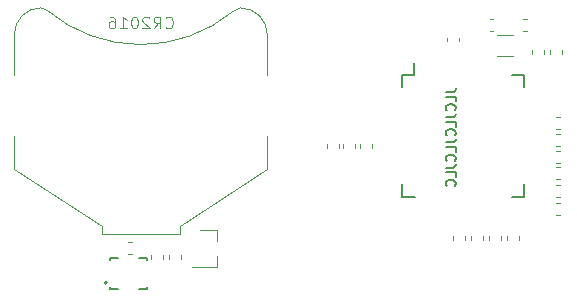
<source format=gbr>
G04 #@! TF.GenerationSoftware,KiCad,Pcbnew,5.0.2+dfsg1-1~bpo9+1*
G04 #@! TF.CreationDate,2019-04-13T12:23:50+03:00*
G04 #@! TF.ProjectId,kicad,6b696361-642e-46b6-9963-61645f706362,rev?*
G04 #@! TF.SameCoordinates,Original*
G04 #@! TF.FileFunction,Legend,Bot*
G04 #@! TF.FilePolarity,Positive*
%FSLAX46Y46*%
G04 Gerber Fmt 4.6, Leading zero omitted, Abs format (unit mm)*
G04 Created by KiCad (PCBNEW 5.0.2+dfsg1-1~bpo9+1) date Sat 13 Apr 2019 12:23:50 PM MSK*
%MOMM*%
%LPD*%
G01*
G04 APERTURE LIST*
%ADD10C,0.152400*%
%ADD11C,0.100000*%
%ADD12C,0.120000*%
%ADD13C,0.127000*%
%ADD14C,0.200000*%
%ADD15C,0.150000*%
%ADD16C,0.125000*%
%ADD17R,5.181600X5.181600*%
%ADD18R,7.101600X8.101600*%
%ADD19C,0.976600*%
%ADD20R,1.001600X0.901600*%
%ADD21C,1.801600*%
%ADD22R,0.630800X0.400800*%
%ADD23R,0.400800X0.630800*%
%ADD24R,1.101600X1.901600*%
%ADD25R,1.050800X0.300800*%
%ADD26R,0.300800X1.050800*%
G04 APERTURE END LIST*
D10*
X172646476Y-92051190D02*
X173239333Y-92051190D01*
X173357904Y-92011666D01*
X173436952Y-91932619D01*
X173476476Y-91814047D01*
X173476476Y-91735000D01*
X173476476Y-92841666D02*
X173476476Y-92446428D01*
X172646476Y-92446428D01*
X173397428Y-93592619D02*
X173436952Y-93553095D01*
X173476476Y-93434523D01*
X173476476Y-93355476D01*
X173436952Y-93236904D01*
X173357904Y-93157857D01*
X173278857Y-93118333D01*
X173120761Y-93078809D01*
X173002190Y-93078809D01*
X172844095Y-93118333D01*
X172765047Y-93157857D01*
X172686000Y-93236904D01*
X172646476Y-93355476D01*
X172646476Y-93434523D01*
X172686000Y-93553095D01*
X172725523Y-93592619D01*
X172646476Y-94185476D02*
X173239333Y-94185476D01*
X173357904Y-94145952D01*
X173436952Y-94066904D01*
X173476476Y-93948333D01*
X173476476Y-93869285D01*
X173476476Y-94975952D02*
X173476476Y-94580714D01*
X172646476Y-94580714D01*
X173397428Y-95726904D02*
X173436952Y-95687380D01*
X173476476Y-95568809D01*
X173476476Y-95489761D01*
X173436952Y-95371190D01*
X173357904Y-95292142D01*
X173278857Y-95252619D01*
X173120761Y-95213095D01*
X173002190Y-95213095D01*
X172844095Y-95252619D01*
X172765047Y-95292142D01*
X172686000Y-95371190D01*
X172646476Y-95489761D01*
X172646476Y-95568809D01*
X172686000Y-95687380D01*
X172725523Y-95726904D01*
X172646476Y-96319761D02*
X173239333Y-96319761D01*
X173357904Y-96280238D01*
X173436952Y-96201190D01*
X173476476Y-96082619D01*
X173476476Y-96003571D01*
X173476476Y-97110238D02*
X173476476Y-96715000D01*
X172646476Y-96715000D01*
X173397428Y-97861190D02*
X173436952Y-97821666D01*
X173476476Y-97703095D01*
X173476476Y-97624047D01*
X173436952Y-97505476D01*
X173357904Y-97426428D01*
X173278857Y-97386904D01*
X173120761Y-97347380D01*
X173002190Y-97347380D01*
X172844095Y-97386904D01*
X172765047Y-97426428D01*
X172686000Y-97505476D01*
X172646476Y-97624047D01*
X172646476Y-97703095D01*
X172686000Y-97821666D01*
X172725523Y-97861190D01*
X172646476Y-98454047D02*
X173239333Y-98454047D01*
X173357904Y-98414523D01*
X173436952Y-98335476D01*
X173476476Y-98216904D01*
X173476476Y-98137857D01*
X173476476Y-99244523D02*
X173476476Y-98849285D01*
X172646476Y-98849285D01*
X173397428Y-99995476D02*
X173436952Y-99955952D01*
X173476476Y-99837380D01*
X173476476Y-99758333D01*
X173436952Y-99639761D01*
X173357904Y-99560714D01*
X173278857Y-99521190D01*
X173120761Y-99481666D01*
X173002190Y-99481666D01*
X172844095Y-99521190D01*
X172765047Y-99560714D01*
X172686000Y-99639761D01*
X172646476Y-99758333D01*
X172646476Y-99837380D01*
X172686000Y-99955952D01*
X172725523Y-99995476D01*
D11*
G04 #@! TO.C,BT1*
X154679036Y-85186274D02*
G75*
G02X138853667Y-85109667I-7867036J9468274D01*
G01*
X154710540Y-85158207D02*
G75*
G02X155270333Y-84926333I559793J-559793D01*
G01*
X138913460Y-85158207D02*
G75*
G03X138353667Y-84926333I-559793J-559793D01*
G01*
X136103667Y-87176333D02*
G75*
G02X138353667Y-84926333I2250000J0D01*
G01*
X157520333Y-87176333D02*
G75*
G03X155270333Y-84926333I-2250000J0D01*
G01*
X157520333Y-90634667D02*
X157520333Y-87134667D01*
X136103667Y-90634667D02*
X136103667Y-87134667D01*
X157520333Y-98551333D02*
X157520333Y-95801333D01*
X150103667Y-103426333D02*
X157520333Y-98551333D01*
X150103667Y-104093000D02*
X150103667Y-103426333D01*
X143520333Y-104093000D02*
X150103667Y-104093000D01*
X143520333Y-104093000D02*
X143520333Y-103426333D01*
X143520333Y-103426333D02*
X136103667Y-98551333D01*
X136103667Y-98551333D02*
X136103667Y-95801333D01*
D12*
G04 #@! TO.C,C1_1*
X173226000Y-104256721D02*
X173226000Y-104582279D01*
X174246000Y-104256721D02*
X174246000Y-104582279D01*
G04 #@! TO.C,R3*
X180977000Y-88834279D02*
X180977000Y-88508721D01*
X179957000Y-88834279D02*
X179957000Y-88508721D01*
G04 #@! TO.C,FB1*
X181980721Y-102491000D02*
X182306279Y-102491000D01*
X181980721Y-101471000D02*
X182306279Y-101471000D01*
G04 #@! TO.C,Q1*
X153287000Y-103703000D02*
X153287000Y-104633000D01*
X153287000Y-106863000D02*
X153287000Y-105933000D01*
X153287000Y-106863000D02*
X151127000Y-106863000D01*
X153287000Y-103703000D02*
X151827000Y-103703000D01*
G04 #@! TO.C,C16*
X179186721Y-86870000D02*
X179512279Y-86870000D01*
X179186721Y-85850000D02*
X179512279Y-85850000D01*
G04 #@! TO.C,C15*
X176341721Y-85850000D02*
X176667279Y-85850000D01*
X176341721Y-86870000D02*
X176667279Y-86870000D01*
G04 #@! TO.C,C14*
X150243000Y-106182279D02*
X150243000Y-105856721D01*
X149223000Y-106182279D02*
X149223000Y-105856721D01*
G04 #@! TO.C,C2*
X172718000Y-87767279D02*
X172718000Y-87441721D01*
X173738000Y-87767279D02*
X173738000Y-87441721D01*
D13*
G04 #@! TO.C,U2*
X144234400Y-106141600D02*
X144884400Y-106141600D01*
X144234400Y-106291600D02*
X144234400Y-106141600D01*
X147334400Y-106141600D02*
X146684400Y-106141600D01*
X147334400Y-106291600D02*
X147334400Y-106141600D01*
X147334400Y-108741600D02*
X147334400Y-108591600D01*
X146684400Y-108741600D02*
X147334400Y-108741600D01*
X144234400Y-108741600D02*
X144234400Y-108591600D01*
X144884400Y-108741600D02*
X144234400Y-108741600D01*
D14*
X143934400Y-108191600D02*
G75*
G03X143934400Y-108191600I-100000J0D01*
G01*
D12*
G04 #@! TO.C,R2*
X181481000Y-88834279D02*
X181481000Y-88508721D01*
X182501000Y-88834279D02*
X182501000Y-88508721D01*
G04 #@! TO.C,C13*
X147699000Y-106182279D02*
X147699000Y-105856721D01*
X148719000Y-106182279D02*
X148719000Y-105856721D01*
G04 #@! TO.C,C12*
X145734721Y-104773000D02*
X146060279Y-104773000D01*
X145734721Y-105793000D02*
X146060279Y-105793000D01*
G04 #@! TO.C,C10*
X178818000Y-104256721D02*
X178818000Y-104582279D01*
X177798000Y-104256721D02*
X177798000Y-104582279D01*
G04 #@! TO.C,C9*
X177294000Y-104256721D02*
X177294000Y-104582279D01*
X176274000Y-104256721D02*
X176274000Y-104582279D01*
G04 #@! TO.C,C8*
X181980721Y-98423000D02*
X182306279Y-98423000D01*
X181980721Y-99443000D02*
X182306279Y-99443000D01*
G04 #@! TO.C,C7*
X181980721Y-94193900D02*
X182306279Y-94193900D01*
X181980721Y-95213900D02*
X182306279Y-95213900D01*
G04 #@! TO.C,C6*
X181980721Y-98046000D02*
X182306279Y-98046000D01*
X181980721Y-97026000D02*
X182306279Y-97026000D01*
G04 #@! TO.C,C5*
X163955000Y-96809779D02*
X163955000Y-96484221D01*
X164975000Y-96809779D02*
X164975000Y-96484221D01*
G04 #@! TO.C,C4*
X165352000Y-96809779D02*
X165352000Y-96484221D01*
X166372000Y-96809779D02*
X166372000Y-96484221D01*
G04 #@! TO.C,C3*
X181980721Y-95629000D02*
X182306279Y-95629000D01*
X181980721Y-96649000D02*
X182306279Y-96649000D01*
G04 #@! TO.C,C1*
X175770000Y-104256721D02*
X175770000Y-104582279D01*
X174750000Y-104256721D02*
X174750000Y-104582279D01*
G04 #@! TO.C,Y1*
X176998000Y-89013000D02*
X178348000Y-89013000D01*
X176998000Y-87263000D02*
X178348000Y-87263000D01*
D15*
G04 #@! TO.C,U1*
X169932080Y-90582560D02*
X169932080Y-89557560D01*
X168932080Y-100932560D02*
X168932080Y-99857560D01*
X179282080Y-100932560D02*
X179282080Y-99857560D01*
X179282080Y-90582560D02*
X179282080Y-91657560D01*
X168932080Y-90582560D02*
X168932080Y-91657560D01*
X179282080Y-90582560D02*
X178207080Y-90582560D01*
X179282080Y-100932560D02*
X178207080Y-100932560D01*
X168932080Y-100932560D02*
X170007080Y-100932560D01*
X168932080Y-90582560D02*
X169932080Y-90582560D01*
D12*
G04 #@! TO.C,R1*
X181980721Y-99947000D02*
X182306279Y-99947000D01*
X181980721Y-100967000D02*
X182306279Y-100967000D01*
G04 #@! TO.C,C11*
X162558000Y-96809779D02*
X162558000Y-96484221D01*
X163578000Y-96809779D02*
X163578000Y-96484221D01*
G04 #@! TO.C,BT1*
D16*
X148907238Y-86575142D02*
X148954857Y-86622761D01*
X149097714Y-86670380D01*
X149192952Y-86670380D01*
X149335809Y-86622761D01*
X149431047Y-86527523D01*
X149478666Y-86432285D01*
X149526285Y-86241809D01*
X149526285Y-86098952D01*
X149478666Y-85908476D01*
X149431047Y-85813238D01*
X149335809Y-85718000D01*
X149192952Y-85670380D01*
X149097714Y-85670380D01*
X148954857Y-85718000D01*
X148907238Y-85765619D01*
X147907238Y-86670380D02*
X148240571Y-86194190D01*
X148478666Y-86670380D02*
X148478666Y-85670380D01*
X148097714Y-85670380D01*
X148002476Y-85718000D01*
X147954857Y-85765619D01*
X147907238Y-85860857D01*
X147907238Y-86003714D01*
X147954857Y-86098952D01*
X148002476Y-86146571D01*
X148097714Y-86194190D01*
X148478666Y-86194190D01*
X147526285Y-85765619D02*
X147478666Y-85718000D01*
X147383428Y-85670380D01*
X147145333Y-85670380D01*
X147050095Y-85718000D01*
X147002476Y-85765619D01*
X146954857Y-85860857D01*
X146954857Y-85956095D01*
X147002476Y-86098952D01*
X147573904Y-86670380D01*
X146954857Y-86670380D01*
X146335809Y-85670380D02*
X146240571Y-85670380D01*
X146145333Y-85718000D01*
X146097714Y-85765619D01*
X146050095Y-85860857D01*
X146002476Y-86051333D01*
X146002476Y-86289428D01*
X146050095Y-86479904D01*
X146097714Y-86575142D01*
X146145333Y-86622761D01*
X146240571Y-86670380D01*
X146335809Y-86670380D01*
X146431047Y-86622761D01*
X146478666Y-86575142D01*
X146526285Y-86479904D01*
X146573904Y-86289428D01*
X146573904Y-86051333D01*
X146526285Y-85860857D01*
X146478666Y-85765619D01*
X146431047Y-85718000D01*
X146335809Y-85670380D01*
X145050095Y-86670380D02*
X145621523Y-86670380D01*
X145335809Y-86670380D02*
X145335809Y-85670380D01*
X145431047Y-85813238D01*
X145526285Y-85908476D01*
X145621523Y-85956095D01*
X144192952Y-85670380D02*
X144383428Y-85670380D01*
X144478666Y-85718000D01*
X144526285Y-85765619D01*
X144621523Y-85908476D01*
X144669142Y-86098952D01*
X144669142Y-86479904D01*
X144621523Y-86575142D01*
X144573904Y-86622761D01*
X144478666Y-86670380D01*
X144288190Y-86670380D01*
X144192952Y-86622761D01*
X144145333Y-86575142D01*
X144097714Y-86479904D01*
X144097714Y-86241809D01*
X144145333Y-86146571D01*
X144192952Y-86098952D01*
X144288190Y-86051333D01*
X144478666Y-86051333D01*
X144573904Y-86098952D01*
X144621523Y-86146571D01*
X144669142Y-86241809D01*
G04 #@! TD*
%LPC*%
D11*
G36*
X144907000Y-106807000D02*
X146685000Y-106807000D01*
X146685000Y-108077000D01*
X144907000Y-108077000D01*
X144907000Y-106807000D01*
G37*
D17*
G04 #@! TO.C,BT1*
X133962000Y-93218000D03*
X159662000Y-93218000D03*
D18*
X146812000Y-93218000D03*
G04 #@! TD*
D11*
G04 #@! TO.C,C1_1*
G36*
X174041581Y-103144876D02*
X174065281Y-103148391D01*
X174088523Y-103154213D01*
X174111082Y-103162285D01*
X174132742Y-103172529D01*
X174153292Y-103184847D01*
X174172537Y-103199119D01*
X174190290Y-103215210D01*
X174206381Y-103232963D01*
X174220653Y-103252208D01*
X174232971Y-103272758D01*
X174243215Y-103294418D01*
X174251287Y-103316977D01*
X174257109Y-103340219D01*
X174260624Y-103363919D01*
X174261800Y-103387850D01*
X174261800Y-103876150D01*
X174260624Y-103900081D01*
X174257109Y-103923781D01*
X174251287Y-103947023D01*
X174243215Y-103969582D01*
X174232971Y-103991242D01*
X174220653Y-104011792D01*
X174206381Y-104031037D01*
X174190290Y-104048790D01*
X174172537Y-104064881D01*
X174153292Y-104079153D01*
X174132742Y-104091471D01*
X174111082Y-104101715D01*
X174088523Y-104109787D01*
X174065281Y-104115609D01*
X174041581Y-104119124D01*
X174017650Y-104120300D01*
X173454350Y-104120300D01*
X173430419Y-104119124D01*
X173406719Y-104115609D01*
X173383477Y-104109787D01*
X173360918Y-104101715D01*
X173339258Y-104091471D01*
X173318708Y-104079153D01*
X173299463Y-104064881D01*
X173281710Y-104048790D01*
X173265619Y-104031037D01*
X173251347Y-104011792D01*
X173239029Y-103991242D01*
X173228785Y-103969582D01*
X173220713Y-103947023D01*
X173214891Y-103923781D01*
X173211376Y-103900081D01*
X173210200Y-103876150D01*
X173210200Y-103387850D01*
X173211376Y-103363919D01*
X173214891Y-103340219D01*
X173220713Y-103316977D01*
X173228785Y-103294418D01*
X173239029Y-103272758D01*
X173251347Y-103252208D01*
X173265619Y-103232963D01*
X173281710Y-103215210D01*
X173299463Y-103199119D01*
X173318708Y-103184847D01*
X173339258Y-103172529D01*
X173360918Y-103162285D01*
X173383477Y-103154213D01*
X173406719Y-103148391D01*
X173430419Y-103144876D01*
X173454350Y-103143700D01*
X174017650Y-103143700D01*
X174041581Y-103144876D01*
X174041581Y-103144876D01*
G37*
D19*
X173736000Y-103632000D03*
D11*
G36*
X174041581Y-104719876D02*
X174065281Y-104723391D01*
X174088523Y-104729213D01*
X174111082Y-104737285D01*
X174132742Y-104747529D01*
X174153292Y-104759847D01*
X174172537Y-104774119D01*
X174190290Y-104790210D01*
X174206381Y-104807963D01*
X174220653Y-104827208D01*
X174232971Y-104847758D01*
X174243215Y-104869418D01*
X174251287Y-104891977D01*
X174257109Y-104915219D01*
X174260624Y-104938919D01*
X174261800Y-104962850D01*
X174261800Y-105451150D01*
X174260624Y-105475081D01*
X174257109Y-105498781D01*
X174251287Y-105522023D01*
X174243215Y-105544582D01*
X174232971Y-105566242D01*
X174220653Y-105586792D01*
X174206381Y-105606037D01*
X174190290Y-105623790D01*
X174172537Y-105639881D01*
X174153292Y-105654153D01*
X174132742Y-105666471D01*
X174111082Y-105676715D01*
X174088523Y-105684787D01*
X174065281Y-105690609D01*
X174041581Y-105694124D01*
X174017650Y-105695300D01*
X173454350Y-105695300D01*
X173430419Y-105694124D01*
X173406719Y-105690609D01*
X173383477Y-105684787D01*
X173360918Y-105676715D01*
X173339258Y-105666471D01*
X173318708Y-105654153D01*
X173299463Y-105639881D01*
X173281710Y-105623790D01*
X173265619Y-105606037D01*
X173251347Y-105586792D01*
X173239029Y-105566242D01*
X173228785Y-105544582D01*
X173220713Y-105522023D01*
X173214891Y-105498781D01*
X173211376Y-105475081D01*
X173210200Y-105451150D01*
X173210200Y-104962850D01*
X173211376Y-104938919D01*
X173214891Y-104915219D01*
X173220713Y-104891977D01*
X173228785Y-104869418D01*
X173239029Y-104847758D01*
X173251347Y-104827208D01*
X173265619Y-104807963D01*
X173281710Y-104790210D01*
X173299463Y-104774119D01*
X173318708Y-104759847D01*
X173339258Y-104747529D01*
X173360918Y-104737285D01*
X173383477Y-104729213D01*
X173406719Y-104723391D01*
X173430419Y-104719876D01*
X173454350Y-104718700D01*
X174017650Y-104718700D01*
X174041581Y-104719876D01*
X174041581Y-104719876D01*
G37*
D19*
X173736000Y-105207000D03*
G04 #@! TD*
D11*
G04 #@! TO.C,R3*
G36*
X180772581Y-88971876D02*
X180796281Y-88975391D01*
X180819523Y-88981213D01*
X180842082Y-88989285D01*
X180863742Y-88999529D01*
X180884292Y-89011847D01*
X180903537Y-89026119D01*
X180921290Y-89042210D01*
X180937381Y-89059963D01*
X180951653Y-89079208D01*
X180963971Y-89099758D01*
X180974215Y-89121418D01*
X180982287Y-89143977D01*
X180988109Y-89167219D01*
X180991624Y-89190919D01*
X180992800Y-89214850D01*
X180992800Y-89703150D01*
X180991624Y-89727081D01*
X180988109Y-89750781D01*
X180982287Y-89774023D01*
X180974215Y-89796582D01*
X180963971Y-89818242D01*
X180951653Y-89838792D01*
X180937381Y-89858037D01*
X180921290Y-89875790D01*
X180903537Y-89891881D01*
X180884292Y-89906153D01*
X180863742Y-89918471D01*
X180842082Y-89928715D01*
X180819523Y-89936787D01*
X180796281Y-89942609D01*
X180772581Y-89946124D01*
X180748650Y-89947300D01*
X180185350Y-89947300D01*
X180161419Y-89946124D01*
X180137719Y-89942609D01*
X180114477Y-89936787D01*
X180091918Y-89928715D01*
X180070258Y-89918471D01*
X180049708Y-89906153D01*
X180030463Y-89891881D01*
X180012710Y-89875790D01*
X179996619Y-89858037D01*
X179982347Y-89838792D01*
X179970029Y-89818242D01*
X179959785Y-89796582D01*
X179951713Y-89774023D01*
X179945891Y-89750781D01*
X179942376Y-89727081D01*
X179941200Y-89703150D01*
X179941200Y-89214850D01*
X179942376Y-89190919D01*
X179945891Y-89167219D01*
X179951713Y-89143977D01*
X179959785Y-89121418D01*
X179970029Y-89099758D01*
X179982347Y-89079208D01*
X179996619Y-89059963D01*
X180012710Y-89042210D01*
X180030463Y-89026119D01*
X180049708Y-89011847D01*
X180070258Y-88999529D01*
X180091918Y-88989285D01*
X180114477Y-88981213D01*
X180137719Y-88975391D01*
X180161419Y-88971876D01*
X180185350Y-88970700D01*
X180748650Y-88970700D01*
X180772581Y-88971876D01*
X180772581Y-88971876D01*
G37*
D19*
X180467000Y-89459000D03*
D11*
G36*
X180772581Y-87396876D02*
X180796281Y-87400391D01*
X180819523Y-87406213D01*
X180842082Y-87414285D01*
X180863742Y-87424529D01*
X180884292Y-87436847D01*
X180903537Y-87451119D01*
X180921290Y-87467210D01*
X180937381Y-87484963D01*
X180951653Y-87504208D01*
X180963971Y-87524758D01*
X180974215Y-87546418D01*
X180982287Y-87568977D01*
X180988109Y-87592219D01*
X180991624Y-87615919D01*
X180992800Y-87639850D01*
X180992800Y-88128150D01*
X180991624Y-88152081D01*
X180988109Y-88175781D01*
X180982287Y-88199023D01*
X180974215Y-88221582D01*
X180963971Y-88243242D01*
X180951653Y-88263792D01*
X180937381Y-88283037D01*
X180921290Y-88300790D01*
X180903537Y-88316881D01*
X180884292Y-88331153D01*
X180863742Y-88343471D01*
X180842082Y-88353715D01*
X180819523Y-88361787D01*
X180796281Y-88367609D01*
X180772581Y-88371124D01*
X180748650Y-88372300D01*
X180185350Y-88372300D01*
X180161419Y-88371124D01*
X180137719Y-88367609D01*
X180114477Y-88361787D01*
X180091918Y-88353715D01*
X180070258Y-88343471D01*
X180049708Y-88331153D01*
X180030463Y-88316881D01*
X180012710Y-88300790D01*
X179996619Y-88283037D01*
X179982347Y-88263792D01*
X179970029Y-88243242D01*
X179959785Y-88221582D01*
X179951713Y-88199023D01*
X179945891Y-88175781D01*
X179942376Y-88152081D01*
X179941200Y-88128150D01*
X179941200Y-87639850D01*
X179942376Y-87615919D01*
X179945891Y-87592219D01*
X179951713Y-87568977D01*
X179959785Y-87546418D01*
X179970029Y-87524758D01*
X179982347Y-87504208D01*
X179996619Y-87484963D01*
X180012710Y-87467210D01*
X180030463Y-87451119D01*
X180049708Y-87436847D01*
X180070258Y-87424529D01*
X180091918Y-87414285D01*
X180114477Y-87406213D01*
X180137719Y-87400391D01*
X180161419Y-87396876D01*
X180185350Y-87395700D01*
X180748650Y-87395700D01*
X180772581Y-87396876D01*
X180772581Y-87396876D01*
G37*
D19*
X180467000Y-87884000D03*
G04 #@! TD*
D11*
G04 #@! TO.C,FB1*
G36*
X181624081Y-101456376D02*
X181647781Y-101459891D01*
X181671023Y-101465713D01*
X181693582Y-101473785D01*
X181715242Y-101484029D01*
X181735792Y-101496347D01*
X181755037Y-101510619D01*
X181772790Y-101526710D01*
X181788881Y-101544463D01*
X181803153Y-101563708D01*
X181815471Y-101584258D01*
X181825715Y-101605918D01*
X181833787Y-101628477D01*
X181839609Y-101651719D01*
X181843124Y-101675419D01*
X181844300Y-101699350D01*
X181844300Y-102262650D01*
X181843124Y-102286581D01*
X181839609Y-102310281D01*
X181833787Y-102333523D01*
X181825715Y-102356082D01*
X181815471Y-102377742D01*
X181803153Y-102398292D01*
X181788881Y-102417537D01*
X181772790Y-102435290D01*
X181755037Y-102451381D01*
X181735792Y-102465653D01*
X181715242Y-102477971D01*
X181693582Y-102488215D01*
X181671023Y-102496287D01*
X181647781Y-102502109D01*
X181624081Y-102505624D01*
X181600150Y-102506800D01*
X181111850Y-102506800D01*
X181087919Y-102505624D01*
X181064219Y-102502109D01*
X181040977Y-102496287D01*
X181018418Y-102488215D01*
X180996758Y-102477971D01*
X180976208Y-102465653D01*
X180956963Y-102451381D01*
X180939210Y-102435290D01*
X180923119Y-102417537D01*
X180908847Y-102398292D01*
X180896529Y-102377742D01*
X180886285Y-102356082D01*
X180878213Y-102333523D01*
X180872391Y-102310281D01*
X180868876Y-102286581D01*
X180867700Y-102262650D01*
X180867700Y-101699350D01*
X180868876Y-101675419D01*
X180872391Y-101651719D01*
X180878213Y-101628477D01*
X180886285Y-101605918D01*
X180896529Y-101584258D01*
X180908847Y-101563708D01*
X180923119Y-101544463D01*
X180939210Y-101526710D01*
X180956963Y-101510619D01*
X180976208Y-101496347D01*
X180996758Y-101484029D01*
X181018418Y-101473785D01*
X181040977Y-101465713D01*
X181064219Y-101459891D01*
X181087919Y-101456376D01*
X181111850Y-101455200D01*
X181600150Y-101455200D01*
X181624081Y-101456376D01*
X181624081Y-101456376D01*
G37*
D19*
X181356000Y-101981000D03*
D11*
G36*
X183199081Y-101456376D02*
X183222781Y-101459891D01*
X183246023Y-101465713D01*
X183268582Y-101473785D01*
X183290242Y-101484029D01*
X183310792Y-101496347D01*
X183330037Y-101510619D01*
X183347790Y-101526710D01*
X183363881Y-101544463D01*
X183378153Y-101563708D01*
X183390471Y-101584258D01*
X183400715Y-101605918D01*
X183408787Y-101628477D01*
X183414609Y-101651719D01*
X183418124Y-101675419D01*
X183419300Y-101699350D01*
X183419300Y-102262650D01*
X183418124Y-102286581D01*
X183414609Y-102310281D01*
X183408787Y-102333523D01*
X183400715Y-102356082D01*
X183390471Y-102377742D01*
X183378153Y-102398292D01*
X183363881Y-102417537D01*
X183347790Y-102435290D01*
X183330037Y-102451381D01*
X183310792Y-102465653D01*
X183290242Y-102477971D01*
X183268582Y-102488215D01*
X183246023Y-102496287D01*
X183222781Y-102502109D01*
X183199081Y-102505624D01*
X183175150Y-102506800D01*
X182686850Y-102506800D01*
X182662919Y-102505624D01*
X182639219Y-102502109D01*
X182615977Y-102496287D01*
X182593418Y-102488215D01*
X182571758Y-102477971D01*
X182551208Y-102465653D01*
X182531963Y-102451381D01*
X182514210Y-102435290D01*
X182498119Y-102417537D01*
X182483847Y-102398292D01*
X182471529Y-102377742D01*
X182461285Y-102356082D01*
X182453213Y-102333523D01*
X182447391Y-102310281D01*
X182443876Y-102286581D01*
X182442700Y-102262650D01*
X182442700Y-101699350D01*
X182443876Y-101675419D01*
X182447391Y-101651719D01*
X182453213Y-101628477D01*
X182461285Y-101605918D01*
X182471529Y-101584258D01*
X182483847Y-101563708D01*
X182498119Y-101544463D01*
X182514210Y-101526710D01*
X182531963Y-101510619D01*
X182551208Y-101496347D01*
X182571758Y-101484029D01*
X182593418Y-101473785D01*
X182615977Y-101465713D01*
X182639219Y-101459891D01*
X182662919Y-101456376D01*
X182686850Y-101455200D01*
X183175150Y-101455200D01*
X183199081Y-101456376D01*
X183199081Y-101456376D01*
G37*
D19*
X182931000Y-101981000D03*
G04 #@! TD*
D20*
G04 #@! TO.C,Q1*
X151527000Y-106233000D03*
X151527000Y-104333000D03*
X153527000Y-105283000D03*
G04 #@! TD*
D11*
G04 #@! TO.C,C16*
G36*
X178830081Y-85835376D02*
X178853781Y-85838891D01*
X178877023Y-85844713D01*
X178899582Y-85852785D01*
X178921242Y-85863029D01*
X178941792Y-85875347D01*
X178961037Y-85889619D01*
X178978790Y-85905710D01*
X178994881Y-85923463D01*
X179009153Y-85942708D01*
X179021471Y-85963258D01*
X179031715Y-85984918D01*
X179039787Y-86007477D01*
X179045609Y-86030719D01*
X179049124Y-86054419D01*
X179050300Y-86078350D01*
X179050300Y-86641650D01*
X179049124Y-86665581D01*
X179045609Y-86689281D01*
X179039787Y-86712523D01*
X179031715Y-86735082D01*
X179021471Y-86756742D01*
X179009153Y-86777292D01*
X178994881Y-86796537D01*
X178978790Y-86814290D01*
X178961037Y-86830381D01*
X178941792Y-86844653D01*
X178921242Y-86856971D01*
X178899582Y-86867215D01*
X178877023Y-86875287D01*
X178853781Y-86881109D01*
X178830081Y-86884624D01*
X178806150Y-86885800D01*
X178317850Y-86885800D01*
X178293919Y-86884624D01*
X178270219Y-86881109D01*
X178246977Y-86875287D01*
X178224418Y-86867215D01*
X178202758Y-86856971D01*
X178182208Y-86844653D01*
X178162963Y-86830381D01*
X178145210Y-86814290D01*
X178129119Y-86796537D01*
X178114847Y-86777292D01*
X178102529Y-86756742D01*
X178092285Y-86735082D01*
X178084213Y-86712523D01*
X178078391Y-86689281D01*
X178074876Y-86665581D01*
X178073700Y-86641650D01*
X178073700Y-86078350D01*
X178074876Y-86054419D01*
X178078391Y-86030719D01*
X178084213Y-86007477D01*
X178092285Y-85984918D01*
X178102529Y-85963258D01*
X178114847Y-85942708D01*
X178129119Y-85923463D01*
X178145210Y-85905710D01*
X178162963Y-85889619D01*
X178182208Y-85875347D01*
X178202758Y-85863029D01*
X178224418Y-85852785D01*
X178246977Y-85844713D01*
X178270219Y-85838891D01*
X178293919Y-85835376D01*
X178317850Y-85834200D01*
X178806150Y-85834200D01*
X178830081Y-85835376D01*
X178830081Y-85835376D01*
G37*
D19*
X178562000Y-86360000D03*
D11*
G36*
X180405081Y-85835376D02*
X180428781Y-85838891D01*
X180452023Y-85844713D01*
X180474582Y-85852785D01*
X180496242Y-85863029D01*
X180516792Y-85875347D01*
X180536037Y-85889619D01*
X180553790Y-85905710D01*
X180569881Y-85923463D01*
X180584153Y-85942708D01*
X180596471Y-85963258D01*
X180606715Y-85984918D01*
X180614787Y-86007477D01*
X180620609Y-86030719D01*
X180624124Y-86054419D01*
X180625300Y-86078350D01*
X180625300Y-86641650D01*
X180624124Y-86665581D01*
X180620609Y-86689281D01*
X180614787Y-86712523D01*
X180606715Y-86735082D01*
X180596471Y-86756742D01*
X180584153Y-86777292D01*
X180569881Y-86796537D01*
X180553790Y-86814290D01*
X180536037Y-86830381D01*
X180516792Y-86844653D01*
X180496242Y-86856971D01*
X180474582Y-86867215D01*
X180452023Y-86875287D01*
X180428781Y-86881109D01*
X180405081Y-86884624D01*
X180381150Y-86885800D01*
X179892850Y-86885800D01*
X179868919Y-86884624D01*
X179845219Y-86881109D01*
X179821977Y-86875287D01*
X179799418Y-86867215D01*
X179777758Y-86856971D01*
X179757208Y-86844653D01*
X179737963Y-86830381D01*
X179720210Y-86814290D01*
X179704119Y-86796537D01*
X179689847Y-86777292D01*
X179677529Y-86756742D01*
X179667285Y-86735082D01*
X179659213Y-86712523D01*
X179653391Y-86689281D01*
X179649876Y-86665581D01*
X179648700Y-86641650D01*
X179648700Y-86078350D01*
X179649876Y-86054419D01*
X179653391Y-86030719D01*
X179659213Y-86007477D01*
X179667285Y-85984918D01*
X179677529Y-85963258D01*
X179689847Y-85942708D01*
X179704119Y-85923463D01*
X179720210Y-85905710D01*
X179737963Y-85889619D01*
X179757208Y-85875347D01*
X179777758Y-85863029D01*
X179799418Y-85852785D01*
X179821977Y-85844713D01*
X179845219Y-85838891D01*
X179868919Y-85835376D01*
X179892850Y-85834200D01*
X180381150Y-85834200D01*
X180405081Y-85835376D01*
X180405081Y-85835376D01*
G37*
D19*
X180137000Y-86360000D03*
G04 #@! TD*
D11*
G04 #@! TO.C,C15*
G36*
X177560081Y-85835376D02*
X177583781Y-85838891D01*
X177607023Y-85844713D01*
X177629582Y-85852785D01*
X177651242Y-85863029D01*
X177671792Y-85875347D01*
X177691037Y-85889619D01*
X177708790Y-85905710D01*
X177724881Y-85923463D01*
X177739153Y-85942708D01*
X177751471Y-85963258D01*
X177761715Y-85984918D01*
X177769787Y-86007477D01*
X177775609Y-86030719D01*
X177779124Y-86054419D01*
X177780300Y-86078350D01*
X177780300Y-86641650D01*
X177779124Y-86665581D01*
X177775609Y-86689281D01*
X177769787Y-86712523D01*
X177761715Y-86735082D01*
X177751471Y-86756742D01*
X177739153Y-86777292D01*
X177724881Y-86796537D01*
X177708790Y-86814290D01*
X177691037Y-86830381D01*
X177671792Y-86844653D01*
X177651242Y-86856971D01*
X177629582Y-86867215D01*
X177607023Y-86875287D01*
X177583781Y-86881109D01*
X177560081Y-86884624D01*
X177536150Y-86885800D01*
X177047850Y-86885800D01*
X177023919Y-86884624D01*
X177000219Y-86881109D01*
X176976977Y-86875287D01*
X176954418Y-86867215D01*
X176932758Y-86856971D01*
X176912208Y-86844653D01*
X176892963Y-86830381D01*
X176875210Y-86814290D01*
X176859119Y-86796537D01*
X176844847Y-86777292D01*
X176832529Y-86756742D01*
X176822285Y-86735082D01*
X176814213Y-86712523D01*
X176808391Y-86689281D01*
X176804876Y-86665581D01*
X176803700Y-86641650D01*
X176803700Y-86078350D01*
X176804876Y-86054419D01*
X176808391Y-86030719D01*
X176814213Y-86007477D01*
X176822285Y-85984918D01*
X176832529Y-85963258D01*
X176844847Y-85942708D01*
X176859119Y-85923463D01*
X176875210Y-85905710D01*
X176892963Y-85889619D01*
X176912208Y-85875347D01*
X176932758Y-85863029D01*
X176954418Y-85852785D01*
X176976977Y-85844713D01*
X177000219Y-85838891D01*
X177023919Y-85835376D01*
X177047850Y-85834200D01*
X177536150Y-85834200D01*
X177560081Y-85835376D01*
X177560081Y-85835376D01*
G37*
D19*
X177292000Y-86360000D03*
D11*
G36*
X175985081Y-85835376D02*
X176008781Y-85838891D01*
X176032023Y-85844713D01*
X176054582Y-85852785D01*
X176076242Y-85863029D01*
X176096792Y-85875347D01*
X176116037Y-85889619D01*
X176133790Y-85905710D01*
X176149881Y-85923463D01*
X176164153Y-85942708D01*
X176176471Y-85963258D01*
X176186715Y-85984918D01*
X176194787Y-86007477D01*
X176200609Y-86030719D01*
X176204124Y-86054419D01*
X176205300Y-86078350D01*
X176205300Y-86641650D01*
X176204124Y-86665581D01*
X176200609Y-86689281D01*
X176194787Y-86712523D01*
X176186715Y-86735082D01*
X176176471Y-86756742D01*
X176164153Y-86777292D01*
X176149881Y-86796537D01*
X176133790Y-86814290D01*
X176116037Y-86830381D01*
X176096792Y-86844653D01*
X176076242Y-86856971D01*
X176054582Y-86867215D01*
X176032023Y-86875287D01*
X176008781Y-86881109D01*
X175985081Y-86884624D01*
X175961150Y-86885800D01*
X175472850Y-86885800D01*
X175448919Y-86884624D01*
X175425219Y-86881109D01*
X175401977Y-86875287D01*
X175379418Y-86867215D01*
X175357758Y-86856971D01*
X175337208Y-86844653D01*
X175317963Y-86830381D01*
X175300210Y-86814290D01*
X175284119Y-86796537D01*
X175269847Y-86777292D01*
X175257529Y-86756742D01*
X175247285Y-86735082D01*
X175239213Y-86712523D01*
X175233391Y-86689281D01*
X175229876Y-86665581D01*
X175228700Y-86641650D01*
X175228700Y-86078350D01*
X175229876Y-86054419D01*
X175233391Y-86030719D01*
X175239213Y-86007477D01*
X175247285Y-85984918D01*
X175257529Y-85963258D01*
X175269847Y-85942708D01*
X175284119Y-85923463D01*
X175300210Y-85905710D01*
X175317963Y-85889619D01*
X175337208Y-85875347D01*
X175357758Y-85863029D01*
X175379418Y-85852785D01*
X175401977Y-85844713D01*
X175425219Y-85838891D01*
X175448919Y-85835376D01*
X175472850Y-85834200D01*
X175961150Y-85834200D01*
X175985081Y-85835376D01*
X175985081Y-85835376D01*
G37*
D19*
X175717000Y-86360000D03*
G04 #@! TD*
D11*
G04 #@! TO.C,C14*
G36*
X150038581Y-106319876D02*
X150062281Y-106323391D01*
X150085523Y-106329213D01*
X150108082Y-106337285D01*
X150129742Y-106347529D01*
X150150292Y-106359847D01*
X150169537Y-106374119D01*
X150187290Y-106390210D01*
X150203381Y-106407963D01*
X150217653Y-106427208D01*
X150229971Y-106447758D01*
X150240215Y-106469418D01*
X150248287Y-106491977D01*
X150254109Y-106515219D01*
X150257624Y-106538919D01*
X150258800Y-106562850D01*
X150258800Y-107051150D01*
X150257624Y-107075081D01*
X150254109Y-107098781D01*
X150248287Y-107122023D01*
X150240215Y-107144582D01*
X150229971Y-107166242D01*
X150217653Y-107186792D01*
X150203381Y-107206037D01*
X150187290Y-107223790D01*
X150169537Y-107239881D01*
X150150292Y-107254153D01*
X150129742Y-107266471D01*
X150108082Y-107276715D01*
X150085523Y-107284787D01*
X150062281Y-107290609D01*
X150038581Y-107294124D01*
X150014650Y-107295300D01*
X149451350Y-107295300D01*
X149427419Y-107294124D01*
X149403719Y-107290609D01*
X149380477Y-107284787D01*
X149357918Y-107276715D01*
X149336258Y-107266471D01*
X149315708Y-107254153D01*
X149296463Y-107239881D01*
X149278710Y-107223790D01*
X149262619Y-107206037D01*
X149248347Y-107186792D01*
X149236029Y-107166242D01*
X149225785Y-107144582D01*
X149217713Y-107122023D01*
X149211891Y-107098781D01*
X149208376Y-107075081D01*
X149207200Y-107051150D01*
X149207200Y-106562850D01*
X149208376Y-106538919D01*
X149211891Y-106515219D01*
X149217713Y-106491977D01*
X149225785Y-106469418D01*
X149236029Y-106447758D01*
X149248347Y-106427208D01*
X149262619Y-106407963D01*
X149278710Y-106390210D01*
X149296463Y-106374119D01*
X149315708Y-106359847D01*
X149336258Y-106347529D01*
X149357918Y-106337285D01*
X149380477Y-106329213D01*
X149403719Y-106323391D01*
X149427419Y-106319876D01*
X149451350Y-106318700D01*
X150014650Y-106318700D01*
X150038581Y-106319876D01*
X150038581Y-106319876D01*
G37*
D19*
X149733000Y-106807000D03*
D11*
G36*
X150038581Y-104744876D02*
X150062281Y-104748391D01*
X150085523Y-104754213D01*
X150108082Y-104762285D01*
X150129742Y-104772529D01*
X150150292Y-104784847D01*
X150169537Y-104799119D01*
X150187290Y-104815210D01*
X150203381Y-104832963D01*
X150217653Y-104852208D01*
X150229971Y-104872758D01*
X150240215Y-104894418D01*
X150248287Y-104916977D01*
X150254109Y-104940219D01*
X150257624Y-104963919D01*
X150258800Y-104987850D01*
X150258800Y-105476150D01*
X150257624Y-105500081D01*
X150254109Y-105523781D01*
X150248287Y-105547023D01*
X150240215Y-105569582D01*
X150229971Y-105591242D01*
X150217653Y-105611792D01*
X150203381Y-105631037D01*
X150187290Y-105648790D01*
X150169537Y-105664881D01*
X150150292Y-105679153D01*
X150129742Y-105691471D01*
X150108082Y-105701715D01*
X150085523Y-105709787D01*
X150062281Y-105715609D01*
X150038581Y-105719124D01*
X150014650Y-105720300D01*
X149451350Y-105720300D01*
X149427419Y-105719124D01*
X149403719Y-105715609D01*
X149380477Y-105709787D01*
X149357918Y-105701715D01*
X149336258Y-105691471D01*
X149315708Y-105679153D01*
X149296463Y-105664881D01*
X149278710Y-105648790D01*
X149262619Y-105631037D01*
X149248347Y-105611792D01*
X149236029Y-105591242D01*
X149225785Y-105569582D01*
X149217713Y-105547023D01*
X149211891Y-105523781D01*
X149208376Y-105500081D01*
X149207200Y-105476150D01*
X149207200Y-104987850D01*
X149208376Y-104963919D01*
X149211891Y-104940219D01*
X149217713Y-104916977D01*
X149225785Y-104894418D01*
X149236029Y-104872758D01*
X149248347Y-104852208D01*
X149262619Y-104832963D01*
X149278710Y-104815210D01*
X149296463Y-104799119D01*
X149315708Y-104784847D01*
X149336258Y-104772529D01*
X149357918Y-104762285D01*
X149380477Y-104754213D01*
X149403719Y-104748391D01*
X149427419Y-104744876D01*
X149451350Y-104743700D01*
X150014650Y-104743700D01*
X150038581Y-104744876D01*
X150038581Y-104744876D01*
G37*
D19*
X149733000Y-105232000D03*
G04 #@! TD*
D11*
G04 #@! TO.C,C2*
G36*
X173533581Y-86329876D02*
X173557281Y-86333391D01*
X173580523Y-86339213D01*
X173603082Y-86347285D01*
X173624742Y-86357529D01*
X173645292Y-86369847D01*
X173664537Y-86384119D01*
X173682290Y-86400210D01*
X173698381Y-86417963D01*
X173712653Y-86437208D01*
X173724971Y-86457758D01*
X173735215Y-86479418D01*
X173743287Y-86501977D01*
X173749109Y-86525219D01*
X173752624Y-86548919D01*
X173753800Y-86572850D01*
X173753800Y-87061150D01*
X173752624Y-87085081D01*
X173749109Y-87108781D01*
X173743287Y-87132023D01*
X173735215Y-87154582D01*
X173724971Y-87176242D01*
X173712653Y-87196792D01*
X173698381Y-87216037D01*
X173682290Y-87233790D01*
X173664537Y-87249881D01*
X173645292Y-87264153D01*
X173624742Y-87276471D01*
X173603082Y-87286715D01*
X173580523Y-87294787D01*
X173557281Y-87300609D01*
X173533581Y-87304124D01*
X173509650Y-87305300D01*
X172946350Y-87305300D01*
X172922419Y-87304124D01*
X172898719Y-87300609D01*
X172875477Y-87294787D01*
X172852918Y-87286715D01*
X172831258Y-87276471D01*
X172810708Y-87264153D01*
X172791463Y-87249881D01*
X172773710Y-87233790D01*
X172757619Y-87216037D01*
X172743347Y-87196792D01*
X172731029Y-87176242D01*
X172720785Y-87154582D01*
X172712713Y-87132023D01*
X172706891Y-87108781D01*
X172703376Y-87085081D01*
X172702200Y-87061150D01*
X172702200Y-86572850D01*
X172703376Y-86548919D01*
X172706891Y-86525219D01*
X172712713Y-86501977D01*
X172720785Y-86479418D01*
X172731029Y-86457758D01*
X172743347Y-86437208D01*
X172757619Y-86417963D01*
X172773710Y-86400210D01*
X172791463Y-86384119D01*
X172810708Y-86369847D01*
X172831258Y-86357529D01*
X172852918Y-86347285D01*
X172875477Y-86339213D01*
X172898719Y-86333391D01*
X172922419Y-86329876D01*
X172946350Y-86328700D01*
X173509650Y-86328700D01*
X173533581Y-86329876D01*
X173533581Y-86329876D01*
G37*
D19*
X173228000Y-86817000D03*
D11*
G36*
X173533581Y-87904876D02*
X173557281Y-87908391D01*
X173580523Y-87914213D01*
X173603082Y-87922285D01*
X173624742Y-87932529D01*
X173645292Y-87944847D01*
X173664537Y-87959119D01*
X173682290Y-87975210D01*
X173698381Y-87992963D01*
X173712653Y-88012208D01*
X173724971Y-88032758D01*
X173735215Y-88054418D01*
X173743287Y-88076977D01*
X173749109Y-88100219D01*
X173752624Y-88123919D01*
X173753800Y-88147850D01*
X173753800Y-88636150D01*
X173752624Y-88660081D01*
X173749109Y-88683781D01*
X173743287Y-88707023D01*
X173735215Y-88729582D01*
X173724971Y-88751242D01*
X173712653Y-88771792D01*
X173698381Y-88791037D01*
X173682290Y-88808790D01*
X173664537Y-88824881D01*
X173645292Y-88839153D01*
X173624742Y-88851471D01*
X173603082Y-88861715D01*
X173580523Y-88869787D01*
X173557281Y-88875609D01*
X173533581Y-88879124D01*
X173509650Y-88880300D01*
X172946350Y-88880300D01*
X172922419Y-88879124D01*
X172898719Y-88875609D01*
X172875477Y-88869787D01*
X172852918Y-88861715D01*
X172831258Y-88851471D01*
X172810708Y-88839153D01*
X172791463Y-88824881D01*
X172773710Y-88808790D01*
X172757619Y-88791037D01*
X172743347Y-88771792D01*
X172731029Y-88751242D01*
X172720785Y-88729582D01*
X172712713Y-88707023D01*
X172706891Y-88683781D01*
X172703376Y-88660081D01*
X172702200Y-88636150D01*
X172702200Y-88147850D01*
X172703376Y-88123919D01*
X172706891Y-88100219D01*
X172712713Y-88076977D01*
X172720785Y-88054418D01*
X172731029Y-88032758D01*
X172743347Y-88012208D01*
X172757619Y-87992963D01*
X172773710Y-87975210D01*
X172791463Y-87959119D01*
X172810708Y-87944847D01*
X172831258Y-87932529D01*
X172852918Y-87922285D01*
X172875477Y-87914213D01*
X172898719Y-87908391D01*
X172922419Y-87904876D01*
X172946350Y-87903700D01*
X173509650Y-87903700D01*
X173533581Y-87904876D01*
X173533581Y-87904876D01*
G37*
D19*
X173228000Y-88392000D03*
G04 #@! TD*
D21*
G04 #@! TO.C,J1*
X183007000Y-81788000D03*
X180467000Y-84328000D03*
X180467000Y-81788000D03*
X177927000Y-84328000D03*
X177927000Y-81788000D03*
X188087000Y-84328000D03*
X188087000Y-81788000D03*
X185547000Y-84328000D03*
X185547000Y-81788000D03*
X183007000Y-84328000D03*
G04 #@! TD*
D22*
G04 #@! TO.C,U2*
X144609400Y-106691600D03*
X144609400Y-107191600D03*
X144609400Y-107691600D03*
X144609400Y-108191600D03*
D23*
X146284400Y-106516600D03*
X145784400Y-106516600D03*
X145284400Y-106516600D03*
D22*
X146959400Y-106691600D03*
X146959400Y-107191600D03*
X146959400Y-107691600D03*
X146959400Y-108191600D03*
D23*
X146284400Y-108366600D03*
X145784400Y-108366600D03*
X145284400Y-108366600D03*
G04 #@! TD*
D11*
G04 #@! TO.C,R2*
G36*
X182296581Y-87396876D02*
X182320281Y-87400391D01*
X182343523Y-87406213D01*
X182366082Y-87414285D01*
X182387742Y-87424529D01*
X182408292Y-87436847D01*
X182427537Y-87451119D01*
X182445290Y-87467210D01*
X182461381Y-87484963D01*
X182475653Y-87504208D01*
X182487971Y-87524758D01*
X182498215Y-87546418D01*
X182506287Y-87568977D01*
X182512109Y-87592219D01*
X182515624Y-87615919D01*
X182516800Y-87639850D01*
X182516800Y-88128150D01*
X182515624Y-88152081D01*
X182512109Y-88175781D01*
X182506287Y-88199023D01*
X182498215Y-88221582D01*
X182487971Y-88243242D01*
X182475653Y-88263792D01*
X182461381Y-88283037D01*
X182445290Y-88300790D01*
X182427537Y-88316881D01*
X182408292Y-88331153D01*
X182387742Y-88343471D01*
X182366082Y-88353715D01*
X182343523Y-88361787D01*
X182320281Y-88367609D01*
X182296581Y-88371124D01*
X182272650Y-88372300D01*
X181709350Y-88372300D01*
X181685419Y-88371124D01*
X181661719Y-88367609D01*
X181638477Y-88361787D01*
X181615918Y-88353715D01*
X181594258Y-88343471D01*
X181573708Y-88331153D01*
X181554463Y-88316881D01*
X181536710Y-88300790D01*
X181520619Y-88283037D01*
X181506347Y-88263792D01*
X181494029Y-88243242D01*
X181483785Y-88221582D01*
X181475713Y-88199023D01*
X181469891Y-88175781D01*
X181466376Y-88152081D01*
X181465200Y-88128150D01*
X181465200Y-87639850D01*
X181466376Y-87615919D01*
X181469891Y-87592219D01*
X181475713Y-87568977D01*
X181483785Y-87546418D01*
X181494029Y-87524758D01*
X181506347Y-87504208D01*
X181520619Y-87484963D01*
X181536710Y-87467210D01*
X181554463Y-87451119D01*
X181573708Y-87436847D01*
X181594258Y-87424529D01*
X181615918Y-87414285D01*
X181638477Y-87406213D01*
X181661719Y-87400391D01*
X181685419Y-87396876D01*
X181709350Y-87395700D01*
X182272650Y-87395700D01*
X182296581Y-87396876D01*
X182296581Y-87396876D01*
G37*
D19*
X181991000Y-87884000D03*
D11*
G36*
X182296581Y-88971876D02*
X182320281Y-88975391D01*
X182343523Y-88981213D01*
X182366082Y-88989285D01*
X182387742Y-88999529D01*
X182408292Y-89011847D01*
X182427537Y-89026119D01*
X182445290Y-89042210D01*
X182461381Y-89059963D01*
X182475653Y-89079208D01*
X182487971Y-89099758D01*
X182498215Y-89121418D01*
X182506287Y-89143977D01*
X182512109Y-89167219D01*
X182515624Y-89190919D01*
X182516800Y-89214850D01*
X182516800Y-89703150D01*
X182515624Y-89727081D01*
X182512109Y-89750781D01*
X182506287Y-89774023D01*
X182498215Y-89796582D01*
X182487971Y-89818242D01*
X182475653Y-89838792D01*
X182461381Y-89858037D01*
X182445290Y-89875790D01*
X182427537Y-89891881D01*
X182408292Y-89906153D01*
X182387742Y-89918471D01*
X182366082Y-89928715D01*
X182343523Y-89936787D01*
X182320281Y-89942609D01*
X182296581Y-89946124D01*
X182272650Y-89947300D01*
X181709350Y-89947300D01*
X181685419Y-89946124D01*
X181661719Y-89942609D01*
X181638477Y-89936787D01*
X181615918Y-89928715D01*
X181594258Y-89918471D01*
X181573708Y-89906153D01*
X181554463Y-89891881D01*
X181536710Y-89875790D01*
X181520619Y-89858037D01*
X181506347Y-89838792D01*
X181494029Y-89818242D01*
X181483785Y-89796582D01*
X181475713Y-89774023D01*
X181469891Y-89750781D01*
X181466376Y-89727081D01*
X181465200Y-89703150D01*
X181465200Y-89214850D01*
X181466376Y-89190919D01*
X181469891Y-89167219D01*
X181475713Y-89143977D01*
X181483785Y-89121418D01*
X181494029Y-89099758D01*
X181506347Y-89079208D01*
X181520619Y-89059963D01*
X181536710Y-89042210D01*
X181554463Y-89026119D01*
X181573708Y-89011847D01*
X181594258Y-88999529D01*
X181615918Y-88989285D01*
X181638477Y-88981213D01*
X181661719Y-88975391D01*
X181685419Y-88971876D01*
X181709350Y-88970700D01*
X182272650Y-88970700D01*
X182296581Y-88971876D01*
X182296581Y-88971876D01*
G37*
D19*
X181991000Y-89459000D03*
G04 #@! TD*
D11*
G04 #@! TO.C,C13*
G36*
X148514581Y-104744876D02*
X148538281Y-104748391D01*
X148561523Y-104754213D01*
X148584082Y-104762285D01*
X148605742Y-104772529D01*
X148626292Y-104784847D01*
X148645537Y-104799119D01*
X148663290Y-104815210D01*
X148679381Y-104832963D01*
X148693653Y-104852208D01*
X148705971Y-104872758D01*
X148716215Y-104894418D01*
X148724287Y-104916977D01*
X148730109Y-104940219D01*
X148733624Y-104963919D01*
X148734800Y-104987850D01*
X148734800Y-105476150D01*
X148733624Y-105500081D01*
X148730109Y-105523781D01*
X148724287Y-105547023D01*
X148716215Y-105569582D01*
X148705971Y-105591242D01*
X148693653Y-105611792D01*
X148679381Y-105631037D01*
X148663290Y-105648790D01*
X148645537Y-105664881D01*
X148626292Y-105679153D01*
X148605742Y-105691471D01*
X148584082Y-105701715D01*
X148561523Y-105709787D01*
X148538281Y-105715609D01*
X148514581Y-105719124D01*
X148490650Y-105720300D01*
X147927350Y-105720300D01*
X147903419Y-105719124D01*
X147879719Y-105715609D01*
X147856477Y-105709787D01*
X147833918Y-105701715D01*
X147812258Y-105691471D01*
X147791708Y-105679153D01*
X147772463Y-105664881D01*
X147754710Y-105648790D01*
X147738619Y-105631037D01*
X147724347Y-105611792D01*
X147712029Y-105591242D01*
X147701785Y-105569582D01*
X147693713Y-105547023D01*
X147687891Y-105523781D01*
X147684376Y-105500081D01*
X147683200Y-105476150D01*
X147683200Y-104987850D01*
X147684376Y-104963919D01*
X147687891Y-104940219D01*
X147693713Y-104916977D01*
X147701785Y-104894418D01*
X147712029Y-104872758D01*
X147724347Y-104852208D01*
X147738619Y-104832963D01*
X147754710Y-104815210D01*
X147772463Y-104799119D01*
X147791708Y-104784847D01*
X147812258Y-104772529D01*
X147833918Y-104762285D01*
X147856477Y-104754213D01*
X147879719Y-104748391D01*
X147903419Y-104744876D01*
X147927350Y-104743700D01*
X148490650Y-104743700D01*
X148514581Y-104744876D01*
X148514581Y-104744876D01*
G37*
D19*
X148209000Y-105232000D03*
D11*
G36*
X148514581Y-106319876D02*
X148538281Y-106323391D01*
X148561523Y-106329213D01*
X148584082Y-106337285D01*
X148605742Y-106347529D01*
X148626292Y-106359847D01*
X148645537Y-106374119D01*
X148663290Y-106390210D01*
X148679381Y-106407963D01*
X148693653Y-106427208D01*
X148705971Y-106447758D01*
X148716215Y-106469418D01*
X148724287Y-106491977D01*
X148730109Y-106515219D01*
X148733624Y-106538919D01*
X148734800Y-106562850D01*
X148734800Y-107051150D01*
X148733624Y-107075081D01*
X148730109Y-107098781D01*
X148724287Y-107122023D01*
X148716215Y-107144582D01*
X148705971Y-107166242D01*
X148693653Y-107186792D01*
X148679381Y-107206037D01*
X148663290Y-107223790D01*
X148645537Y-107239881D01*
X148626292Y-107254153D01*
X148605742Y-107266471D01*
X148584082Y-107276715D01*
X148561523Y-107284787D01*
X148538281Y-107290609D01*
X148514581Y-107294124D01*
X148490650Y-107295300D01*
X147927350Y-107295300D01*
X147903419Y-107294124D01*
X147879719Y-107290609D01*
X147856477Y-107284787D01*
X147833918Y-107276715D01*
X147812258Y-107266471D01*
X147791708Y-107254153D01*
X147772463Y-107239881D01*
X147754710Y-107223790D01*
X147738619Y-107206037D01*
X147724347Y-107186792D01*
X147712029Y-107166242D01*
X147701785Y-107144582D01*
X147693713Y-107122023D01*
X147687891Y-107098781D01*
X147684376Y-107075081D01*
X147683200Y-107051150D01*
X147683200Y-106562850D01*
X147684376Y-106538919D01*
X147687891Y-106515219D01*
X147693713Y-106491977D01*
X147701785Y-106469418D01*
X147712029Y-106447758D01*
X147724347Y-106427208D01*
X147738619Y-106407963D01*
X147754710Y-106390210D01*
X147772463Y-106374119D01*
X147791708Y-106359847D01*
X147812258Y-106347529D01*
X147833918Y-106337285D01*
X147856477Y-106329213D01*
X147879719Y-106323391D01*
X147903419Y-106319876D01*
X147927350Y-106318700D01*
X148490650Y-106318700D01*
X148514581Y-106319876D01*
X148514581Y-106319876D01*
G37*
D19*
X148209000Y-106807000D03*
G04 #@! TD*
D11*
G04 #@! TO.C,C12*
G36*
X146953081Y-104758376D02*
X146976781Y-104761891D01*
X147000023Y-104767713D01*
X147022582Y-104775785D01*
X147044242Y-104786029D01*
X147064792Y-104798347D01*
X147084037Y-104812619D01*
X147101790Y-104828710D01*
X147117881Y-104846463D01*
X147132153Y-104865708D01*
X147144471Y-104886258D01*
X147154715Y-104907918D01*
X147162787Y-104930477D01*
X147168609Y-104953719D01*
X147172124Y-104977419D01*
X147173300Y-105001350D01*
X147173300Y-105564650D01*
X147172124Y-105588581D01*
X147168609Y-105612281D01*
X147162787Y-105635523D01*
X147154715Y-105658082D01*
X147144471Y-105679742D01*
X147132153Y-105700292D01*
X147117881Y-105719537D01*
X147101790Y-105737290D01*
X147084037Y-105753381D01*
X147064792Y-105767653D01*
X147044242Y-105779971D01*
X147022582Y-105790215D01*
X147000023Y-105798287D01*
X146976781Y-105804109D01*
X146953081Y-105807624D01*
X146929150Y-105808800D01*
X146440850Y-105808800D01*
X146416919Y-105807624D01*
X146393219Y-105804109D01*
X146369977Y-105798287D01*
X146347418Y-105790215D01*
X146325758Y-105779971D01*
X146305208Y-105767653D01*
X146285963Y-105753381D01*
X146268210Y-105737290D01*
X146252119Y-105719537D01*
X146237847Y-105700292D01*
X146225529Y-105679742D01*
X146215285Y-105658082D01*
X146207213Y-105635523D01*
X146201391Y-105612281D01*
X146197876Y-105588581D01*
X146196700Y-105564650D01*
X146196700Y-105001350D01*
X146197876Y-104977419D01*
X146201391Y-104953719D01*
X146207213Y-104930477D01*
X146215285Y-104907918D01*
X146225529Y-104886258D01*
X146237847Y-104865708D01*
X146252119Y-104846463D01*
X146268210Y-104828710D01*
X146285963Y-104812619D01*
X146305208Y-104798347D01*
X146325758Y-104786029D01*
X146347418Y-104775785D01*
X146369977Y-104767713D01*
X146393219Y-104761891D01*
X146416919Y-104758376D01*
X146440850Y-104757200D01*
X146929150Y-104757200D01*
X146953081Y-104758376D01*
X146953081Y-104758376D01*
G37*
D19*
X146685000Y-105283000D03*
D11*
G36*
X145378081Y-104758376D02*
X145401781Y-104761891D01*
X145425023Y-104767713D01*
X145447582Y-104775785D01*
X145469242Y-104786029D01*
X145489792Y-104798347D01*
X145509037Y-104812619D01*
X145526790Y-104828710D01*
X145542881Y-104846463D01*
X145557153Y-104865708D01*
X145569471Y-104886258D01*
X145579715Y-104907918D01*
X145587787Y-104930477D01*
X145593609Y-104953719D01*
X145597124Y-104977419D01*
X145598300Y-105001350D01*
X145598300Y-105564650D01*
X145597124Y-105588581D01*
X145593609Y-105612281D01*
X145587787Y-105635523D01*
X145579715Y-105658082D01*
X145569471Y-105679742D01*
X145557153Y-105700292D01*
X145542881Y-105719537D01*
X145526790Y-105737290D01*
X145509037Y-105753381D01*
X145489792Y-105767653D01*
X145469242Y-105779971D01*
X145447582Y-105790215D01*
X145425023Y-105798287D01*
X145401781Y-105804109D01*
X145378081Y-105807624D01*
X145354150Y-105808800D01*
X144865850Y-105808800D01*
X144841919Y-105807624D01*
X144818219Y-105804109D01*
X144794977Y-105798287D01*
X144772418Y-105790215D01*
X144750758Y-105779971D01*
X144730208Y-105767653D01*
X144710963Y-105753381D01*
X144693210Y-105737290D01*
X144677119Y-105719537D01*
X144662847Y-105700292D01*
X144650529Y-105679742D01*
X144640285Y-105658082D01*
X144632213Y-105635523D01*
X144626391Y-105612281D01*
X144622876Y-105588581D01*
X144621700Y-105564650D01*
X144621700Y-105001350D01*
X144622876Y-104977419D01*
X144626391Y-104953719D01*
X144632213Y-104930477D01*
X144640285Y-104907918D01*
X144650529Y-104886258D01*
X144662847Y-104865708D01*
X144677119Y-104846463D01*
X144693210Y-104828710D01*
X144710963Y-104812619D01*
X144730208Y-104798347D01*
X144750758Y-104786029D01*
X144772418Y-104775785D01*
X144794977Y-104767713D01*
X144818219Y-104761891D01*
X144841919Y-104758376D01*
X144865850Y-104757200D01*
X145354150Y-104757200D01*
X145378081Y-104758376D01*
X145378081Y-104758376D01*
G37*
D19*
X145110000Y-105283000D03*
G04 #@! TD*
D11*
G04 #@! TO.C,C10*
G36*
X178613581Y-104719876D02*
X178637281Y-104723391D01*
X178660523Y-104729213D01*
X178683082Y-104737285D01*
X178704742Y-104747529D01*
X178725292Y-104759847D01*
X178744537Y-104774119D01*
X178762290Y-104790210D01*
X178778381Y-104807963D01*
X178792653Y-104827208D01*
X178804971Y-104847758D01*
X178815215Y-104869418D01*
X178823287Y-104891977D01*
X178829109Y-104915219D01*
X178832624Y-104938919D01*
X178833800Y-104962850D01*
X178833800Y-105451150D01*
X178832624Y-105475081D01*
X178829109Y-105498781D01*
X178823287Y-105522023D01*
X178815215Y-105544582D01*
X178804971Y-105566242D01*
X178792653Y-105586792D01*
X178778381Y-105606037D01*
X178762290Y-105623790D01*
X178744537Y-105639881D01*
X178725292Y-105654153D01*
X178704742Y-105666471D01*
X178683082Y-105676715D01*
X178660523Y-105684787D01*
X178637281Y-105690609D01*
X178613581Y-105694124D01*
X178589650Y-105695300D01*
X178026350Y-105695300D01*
X178002419Y-105694124D01*
X177978719Y-105690609D01*
X177955477Y-105684787D01*
X177932918Y-105676715D01*
X177911258Y-105666471D01*
X177890708Y-105654153D01*
X177871463Y-105639881D01*
X177853710Y-105623790D01*
X177837619Y-105606037D01*
X177823347Y-105586792D01*
X177811029Y-105566242D01*
X177800785Y-105544582D01*
X177792713Y-105522023D01*
X177786891Y-105498781D01*
X177783376Y-105475081D01*
X177782200Y-105451150D01*
X177782200Y-104962850D01*
X177783376Y-104938919D01*
X177786891Y-104915219D01*
X177792713Y-104891977D01*
X177800785Y-104869418D01*
X177811029Y-104847758D01*
X177823347Y-104827208D01*
X177837619Y-104807963D01*
X177853710Y-104790210D01*
X177871463Y-104774119D01*
X177890708Y-104759847D01*
X177911258Y-104747529D01*
X177932918Y-104737285D01*
X177955477Y-104729213D01*
X177978719Y-104723391D01*
X178002419Y-104719876D01*
X178026350Y-104718700D01*
X178589650Y-104718700D01*
X178613581Y-104719876D01*
X178613581Y-104719876D01*
G37*
D19*
X178308000Y-105207000D03*
D11*
G36*
X178613581Y-103144876D02*
X178637281Y-103148391D01*
X178660523Y-103154213D01*
X178683082Y-103162285D01*
X178704742Y-103172529D01*
X178725292Y-103184847D01*
X178744537Y-103199119D01*
X178762290Y-103215210D01*
X178778381Y-103232963D01*
X178792653Y-103252208D01*
X178804971Y-103272758D01*
X178815215Y-103294418D01*
X178823287Y-103316977D01*
X178829109Y-103340219D01*
X178832624Y-103363919D01*
X178833800Y-103387850D01*
X178833800Y-103876150D01*
X178832624Y-103900081D01*
X178829109Y-103923781D01*
X178823287Y-103947023D01*
X178815215Y-103969582D01*
X178804971Y-103991242D01*
X178792653Y-104011792D01*
X178778381Y-104031037D01*
X178762290Y-104048790D01*
X178744537Y-104064881D01*
X178725292Y-104079153D01*
X178704742Y-104091471D01*
X178683082Y-104101715D01*
X178660523Y-104109787D01*
X178637281Y-104115609D01*
X178613581Y-104119124D01*
X178589650Y-104120300D01*
X178026350Y-104120300D01*
X178002419Y-104119124D01*
X177978719Y-104115609D01*
X177955477Y-104109787D01*
X177932918Y-104101715D01*
X177911258Y-104091471D01*
X177890708Y-104079153D01*
X177871463Y-104064881D01*
X177853710Y-104048790D01*
X177837619Y-104031037D01*
X177823347Y-104011792D01*
X177811029Y-103991242D01*
X177800785Y-103969582D01*
X177792713Y-103947023D01*
X177786891Y-103923781D01*
X177783376Y-103900081D01*
X177782200Y-103876150D01*
X177782200Y-103387850D01*
X177783376Y-103363919D01*
X177786891Y-103340219D01*
X177792713Y-103316977D01*
X177800785Y-103294418D01*
X177811029Y-103272758D01*
X177823347Y-103252208D01*
X177837619Y-103232963D01*
X177853710Y-103215210D01*
X177871463Y-103199119D01*
X177890708Y-103184847D01*
X177911258Y-103172529D01*
X177932918Y-103162285D01*
X177955477Y-103154213D01*
X177978719Y-103148391D01*
X178002419Y-103144876D01*
X178026350Y-103143700D01*
X178589650Y-103143700D01*
X178613581Y-103144876D01*
X178613581Y-103144876D01*
G37*
D19*
X178308000Y-103632000D03*
G04 #@! TD*
D11*
G04 #@! TO.C,C9*
G36*
X177089581Y-104719876D02*
X177113281Y-104723391D01*
X177136523Y-104729213D01*
X177159082Y-104737285D01*
X177180742Y-104747529D01*
X177201292Y-104759847D01*
X177220537Y-104774119D01*
X177238290Y-104790210D01*
X177254381Y-104807963D01*
X177268653Y-104827208D01*
X177280971Y-104847758D01*
X177291215Y-104869418D01*
X177299287Y-104891977D01*
X177305109Y-104915219D01*
X177308624Y-104938919D01*
X177309800Y-104962850D01*
X177309800Y-105451150D01*
X177308624Y-105475081D01*
X177305109Y-105498781D01*
X177299287Y-105522023D01*
X177291215Y-105544582D01*
X177280971Y-105566242D01*
X177268653Y-105586792D01*
X177254381Y-105606037D01*
X177238290Y-105623790D01*
X177220537Y-105639881D01*
X177201292Y-105654153D01*
X177180742Y-105666471D01*
X177159082Y-105676715D01*
X177136523Y-105684787D01*
X177113281Y-105690609D01*
X177089581Y-105694124D01*
X177065650Y-105695300D01*
X176502350Y-105695300D01*
X176478419Y-105694124D01*
X176454719Y-105690609D01*
X176431477Y-105684787D01*
X176408918Y-105676715D01*
X176387258Y-105666471D01*
X176366708Y-105654153D01*
X176347463Y-105639881D01*
X176329710Y-105623790D01*
X176313619Y-105606037D01*
X176299347Y-105586792D01*
X176287029Y-105566242D01*
X176276785Y-105544582D01*
X176268713Y-105522023D01*
X176262891Y-105498781D01*
X176259376Y-105475081D01*
X176258200Y-105451150D01*
X176258200Y-104962850D01*
X176259376Y-104938919D01*
X176262891Y-104915219D01*
X176268713Y-104891977D01*
X176276785Y-104869418D01*
X176287029Y-104847758D01*
X176299347Y-104827208D01*
X176313619Y-104807963D01*
X176329710Y-104790210D01*
X176347463Y-104774119D01*
X176366708Y-104759847D01*
X176387258Y-104747529D01*
X176408918Y-104737285D01*
X176431477Y-104729213D01*
X176454719Y-104723391D01*
X176478419Y-104719876D01*
X176502350Y-104718700D01*
X177065650Y-104718700D01*
X177089581Y-104719876D01*
X177089581Y-104719876D01*
G37*
D19*
X176784000Y-105207000D03*
D11*
G36*
X177089581Y-103144876D02*
X177113281Y-103148391D01*
X177136523Y-103154213D01*
X177159082Y-103162285D01*
X177180742Y-103172529D01*
X177201292Y-103184847D01*
X177220537Y-103199119D01*
X177238290Y-103215210D01*
X177254381Y-103232963D01*
X177268653Y-103252208D01*
X177280971Y-103272758D01*
X177291215Y-103294418D01*
X177299287Y-103316977D01*
X177305109Y-103340219D01*
X177308624Y-103363919D01*
X177309800Y-103387850D01*
X177309800Y-103876150D01*
X177308624Y-103900081D01*
X177305109Y-103923781D01*
X177299287Y-103947023D01*
X177291215Y-103969582D01*
X177280971Y-103991242D01*
X177268653Y-104011792D01*
X177254381Y-104031037D01*
X177238290Y-104048790D01*
X177220537Y-104064881D01*
X177201292Y-104079153D01*
X177180742Y-104091471D01*
X177159082Y-104101715D01*
X177136523Y-104109787D01*
X177113281Y-104115609D01*
X177089581Y-104119124D01*
X177065650Y-104120300D01*
X176502350Y-104120300D01*
X176478419Y-104119124D01*
X176454719Y-104115609D01*
X176431477Y-104109787D01*
X176408918Y-104101715D01*
X176387258Y-104091471D01*
X176366708Y-104079153D01*
X176347463Y-104064881D01*
X176329710Y-104048790D01*
X176313619Y-104031037D01*
X176299347Y-104011792D01*
X176287029Y-103991242D01*
X176276785Y-103969582D01*
X176268713Y-103947023D01*
X176262891Y-103923781D01*
X176259376Y-103900081D01*
X176258200Y-103876150D01*
X176258200Y-103387850D01*
X176259376Y-103363919D01*
X176262891Y-103340219D01*
X176268713Y-103316977D01*
X176276785Y-103294418D01*
X176287029Y-103272758D01*
X176299347Y-103252208D01*
X176313619Y-103232963D01*
X176329710Y-103215210D01*
X176347463Y-103199119D01*
X176366708Y-103184847D01*
X176387258Y-103172529D01*
X176408918Y-103162285D01*
X176431477Y-103154213D01*
X176454719Y-103148391D01*
X176478419Y-103144876D01*
X176502350Y-103143700D01*
X177065650Y-103143700D01*
X177089581Y-103144876D01*
X177089581Y-103144876D01*
G37*
D19*
X176784000Y-103632000D03*
G04 #@! TD*
D11*
G04 #@! TO.C,C8*
G36*
X183199081Y-98408376D02*
X183222781Y-98411891D01*
X183246023Y-98417713D01*
X183268582Y-98425785D01*
X183290242Y-98436029D01*
X183310792Y-98448347D01*
X183330037Y-98462619D01*
X183347790Y-98478710D01*
X183363881Y-98496463D01*
X183378153Y-98515708D01*
X183390471Y-98536258D01*
X183400715Y-98557918D01*
X183408787Y-98580477D01*
X183414609Y-98603719D01*
X183418124Y-98627419D01*
X183419300Y-98651350D01*
X183419300Y-99214650D01*
X183418124Y-99238581D01*
X183414609Y-99262281D01*
X183408787Y-99285523D01*
X183400715Y-99308082D01*
X183390471Y-99329742D01*
X183378153Y-99350292D01*
X183363881Y-99369537D01*
X183347790Y-99387290D01*
X183330037Y-99403381D01*
X183310792Y-99417653D01*
X183290242Y-99429971D01*
X183268582Y-99440215D01*
X183246023Y-99448287D01*
X183222781Y-99454109D01*
X183199081Y-99457624D01*
X183175150Y-99458800D01*
X182686850Y-99458800D01*
X182662919Y-99457624D01*
X182639219Y-99454109D01*
X182615977Y-99448287D01*
X182593418Y-99440215D01*
X182571758Y-99429971D01*
X182551208Y-99417653D01*
X182531963Y-99403381D01*
X182514210Y-99387290D01*
X182498119Y-99369537D01*
X182483847Y-99350292D01*
X182471529Y-99329742D01*
X182461285Y-99308082D01*
X182453213Y-99285523D01*
X182447391Y-99262281D01*
X182443876Y-99238581D01*
X182442700Y-99214650D01*
X182442700Y-98651350D01*
X182443876Y-98627419D01*
X182447391Y-98603719D01*
X182453213Y-98580477D01*
X182461285Y-98557918D01*
X182471529Y-98536258D01*
X182483847Y-98515708D01*
X182498119Y-98496463D01*
X182514210Y-98478710D01*
X182531963Y-98462619D01*
X182551208Y-98448347D01*
X182571758Y-98436029D01*
X182593418Y-98425785D01*
X182615977Y-98417713D01*
X182639219Y-98411891D01*
X182662919Y-98408376D01*
X182686850Y-98407200D01*
X183175150Y-98407200D01*
X183199081Y-98408376D01*
X183199081Y-98408376D01*
G37*
D19*
X182931000Y-98933000D03*
D11*
G36*
X181624081Y-98408376D02*
X181647781Y-98411891D01*
X181671023Y-98417713D01*
X181693582Y-98425785D01*
X181715242Y-98436029D01*
X181735792Y-98448347D01*
X181755037Y-98462619D01*
X181772790Y-98478710D01*
X181788881Y-98496463D01*
X181803153Y-98515708D01*
X181815471Y-98536258D01*
X181825715Y-98557918D01*
X181833787Y-98580477D01*
X181839609Y-98603719D01*
X181843124Y-98627419D01*
X181844300Y-98651350D01*
X181844300Y-99214650D01*
X181843124Y-99238581D01*
X181839609Y-99262281D01*
X181833787Y-99285523D01*
X181825715Y-99308082D01*
X181815471Y-99329742D01*
X181803153Y-99350292D01*
X181788881Y-99369537D01*
X181772790Y-99387290D01*
X181755037Y-99403381D01*
X181735792Y-99417653D01*
X181715242Y-99429971D01*
X181693582Y-99440215D01*
X181671023Y-99448287D01*
X181647781Y-99454109D01*
X181624081Y-99457624D01*
X181600150Y-99458800D01*
X181111850Y-99458800D01*
X181087919Y-99457624D01*
X181064219Y-99454109D01*
X181040977Y-99448287D01*
X181018418Y-99440215D01*
X180996758Y-99429971D01*
X180976208Y-99417653D01*
X180956963Y-99403381D01*
X180939210Y-99387290D01*
X180923119Y-99369537D01*
X180908847Y-99350292D01*
X180896529Y-99329742D01*
X180886285Y-99308082D01*
X180878213Y-99285523D01*
X180872391Y-99262281D01*
X180868876Y-99238581D01*
X180867700Y-99214650D01*
X180867700Y-98651350D01*
X180868876Y-98627419D01*
X180872391Y-98603719D01*
X180878213Y-98580477D01*
X180886285Y-98557918D01*
X180896529Y-98536258D01*
X180908847Y-98515708D01*
X180923119Y-98496463D01*
X180939210Y-98478710D01*
X180956963Y-98462619D01*
X180976208Y-98448347D01*
X180996758Y-98436029D01*
X181018418Y-98425785D01*
X181040977Y-98417713D01*
X181064219Y-98411891D01*
X181087919Y-98408376D01*
X181111850Y-98407200D01*
X181600150Y-98407200D01*
X181624081Y-98408376D01*
X181624081Y-98408376D01*
G37*
D19*
X181356000Y-98933000D03*
G04 #@! TD*
D11*
G04 #@! TO.C,C7*
G36*
X183199081Y-94179276D02*
X183222781Y-94182791D01*
X183246023Y-94188613D01*
X183268582Y-94196685D01*
X183290242Y-94206929D01*
X183310792Y-94219247D01*
X183330037Y-94233519D01*
X183347790Y-94249610D01*
X183363881Y-94267363D01*
X183378153Y-94286608D01*
X183390471Y-94307158D01*
X183400715Y-94328818D01*
X183408787Y-94351377D01*
X183414609Y-94374619D01*
X183418124Y-94398319D01*
X183419300Y-94422250D01*
X183419300Y-94985550D01*
X183418124Y-95009481D01*
X183414609Y-95033181D01*
X183408787Y-95056423D01*
X183400715Y-95078982D01*
X183390471Y-95100642D01*
X183378153Y-95121192D01*
X183363881Y-95140437D01*
X183347790Y-95158190D01*
X183330037Y-95174281D01*
X183310792Y-95188553D01*
X183290242Y-95200871D01*
X183268582Y-95211115D01*
X183246023Y-95219187D01*
X183222781Y-95225009D01*
X183199081Y-95228524D01*
X183175150Y-95229700D01*
X182686850Y-95229700D01*
X182662919Y-95228524D01*
X182639219Y-95225009D01*
X182615977Y-95219187D01*
X182593418Y-95211115D01*
X182571758Y-95200871D01*
X182551208Y-95188553D01*
X182531963Y-95174281D01*
X182514210Y-95158190D01*
X182498119Y-95140437D01*
X182483847Y-95121192D01*
X182471529Y-95100642D01*
X182461285Y-95078982D01*
X182453213Y-95056423D01*
X182447391Y-95033181D01*
X182443876Y-95009481D01*
X182442700Y-94985550D01*
X182442700Y-94422250D01*
X182443876Y-94398319D01*
X182447391Y-94374619D01*
X182453213Y-94351377D01*
X182461285Y-94328818D01*
X182471529Y-94307158D01*
X182483847Y-94286608D01*
X182498119Y-94267363D01*
X182514210Y-94249610D01*
X182531963Y-94233519D01*
X182551208Y-94219247D01*
X182571758Y-94206929D01*
X182593418Y-94196685D01*
X182615977Y-94188613D01*
X182639219Y-94182791D01*
X182662919Y-94179276D01*
X182686850Y-94178100D01*
X183175150Y-94178100D01*
X183199081Y-94179276D01*
X183199081Y-94179276D01*
G37*
D19*
X182931000Y-94703900D03*
D11*
G36*
X181624081Y-94179276D02*
X181647781Y-94182791D01*
X181671023Y-94188613D01*
X181693582Y-94196685D01*
X181715242Y-94206929D01*
X181735792Y-94219247D01*
X181755037Y-94233519D01*
X181772790Y-94249610D01*
X181788881Y-94267363D01*
X181803153Y-94286608D01*
X181815471Y-94307158D01*
X181825715Y-94328818D01*
X181833787Y-94351377D01*
X181839609Y-94374619D01*
X181843124Y-94398319D01*
X181844300Y-94422250D01*
X181844300Y-94985550D01*
X181843124Y-95009481D01*
X181839609Y-95033181D01*
X181833787Y-95056423D01*
X181825715Y-95078982D01*
X181815471Y-95100642D01*
X181803153Y-95121192D01*
X181788881Y-95140437D01*
X181772790Y-95158190D01*
X181755037Y-95174281D01*
X181735792Y-95188553D01*
X181715242Y-95200871D01*
X181693582Y-95211115D01*
X181671023Y-95219187D01*
X181647781Y-95225009D01*
X181624081Y-95228524D01*
X181600150Y-95229700D01*
X181111850Y-95229700D01*
X181087919Y-95228524D01*
X181064219Y-95225009D01*
X181040977Y-95219187D01*
X181018418Y-95211115D01*
X180996758Y-95200871D01*
X180976208Y-95188553D01*
X180956963Y-95174281D01*
X180939210Y-95158190D01*
X180923119Y-95140437D01*
X180908847Y-95121192D01*
X180896529Y-95100642D01*
X180886285Y-95078982D01*
X180878213Y-95056423D01*
X180872391Y-95033181D01*
X180868876Y-95009481D01*
X180867700Y-94985550D01*
X180867700Y-94422250D01*
X180868876Y-94398319D01*
X180872391Y-94374619D01*
X180878213Y-94351377D01*
X180886285Y-94328818D01*
X180896529Y-94307158D01*
X180908847Y-94286608D01*
X180923119Y-94267363D01*
X180939210Y-94249610D01*
X180956963Y-94233519D01*
X180976208Y-94219247D01*
X180996758Y-94206929D01*
X181018418Y-94196685D01*
X181040977Y-94188613D01*
X181064219Y-94182791D01*
X181087919Y-94179276D01*
X181111850Y-94178100D01*
X181600150Y-94178100D01*
X181624081Y-94179276D01*
X181624081Y-94179276D01*
G37*
D19*
X181356000Y-94703900D03*
G04 #@! TD*
D11*
G04 #@! TO.C,C6*
G36*
X181624081Y-97011376D02*
X181647781Y-97014891D01*
X181671023Y-97020713D01*
X181693582Y-97028785D01*
X181715242Y-97039029D01*
X181735792Y-97051347D01*
X181755037Y-97065619D01*
X181772790Y-97081710D01*
X181788881Y-97099463D01*
X181803153Y-97118708D01*
X181815471Y-97139258D01*
X181825715Y-97160918D01*
X181833787Y-97183477D01*
X181839609Y-97206719D01*
X181843124Y-97230419D01*
X181844300Y-97254350D01*
X181844300Y-97817650D01*
X181843124Y-97841581D01*
X181839609Y-97865281D01*
X181833787Y-97888523D01*
X181825715Y-97911082D01*
X181815471Y-97932742D01*
X181803153Y-97953292D01*
X181788881Y-97972537D01*
X181772790Y-97990290D01*
X181755037Y-98006381D01*
X181735792Y-98020653D01*
X181715242Y-98032971D01*
X181693582Y-98043215D01*
X181671023Y-98051287D01*
X181647781Y-98057109D01*
X181624081Y-98060624D01*
X181600150Y-98061800D01*
X181111850Y-98061800D01*
X181087919Y-98060624D01*
X181064219Y-98057109D01*
X181040977Y-98051287D01*
X181018418Y-98043215D01*
X180996758Y-98032971D01*
X180976208Y-98020653D01*
X180956963Y-98006381D01*
X180939210Y-97990290D01*
X180923119Y-97972537D01*
X180908847Y-97953292D01*
X180896529Y-97932742D01*
X180886285Y-97911082D01*
X180878213Y-97888523D01*
X180872391Y-97865281D01*
X180868876Y-97841581D01*
X180867700Y-97817650D01*
X180867700Y-97254350D01*
X180868876Y-97230419D01*
X180872391Y-97206719D01*
X180878213Y-97183477D01*
X180886285Y-97160918D01*
X180896529Y-97139258D01*
X180908847Y-97118708D01*
X180923119Y-97099463D01*
X180939210Y-97081710D01*
X180956963Y-97065619D01*
X180976208Y-97051347D01*
X180996758Y-97039029D01*
X181018418Y-97028785D01*
X181040977Y-97020713D01*
X181064219Y-97014891D01*
X181087919Y-97011376D01*
X181111850Y-97010200D01*
X181600150Y-97010200D01*
X181624081Y-97011376D01*
X181624081Y-97011376D01*
G37*
D19*
X181356000Y-97536000D03*
D11*
G36*
X183199081Y-97011376D02*
X183222781Y-97014891D01*
X183246023Y-97020713D01*
X183268582Y-97028785D01*
X183290242Y-97039029D01*
X183310792Y-97051347D01*
X183330037Y-97065619D01*
X183347790Y-97081710D01*
X183363881Y-97099463D01*
X183378153Y-97118708D01*
X183390471Y-97139258D01*
X183400715Y-97160918D01*
X183408787Y-97183477D01*
X183414609Y-97206719D01*
X183418124Y-97230419D01*
X183419300Y-97254350D01*
X183419300Y-97817650D01*
X183418124Y-97841581D01*
X183414609Y-97865281D01*
X183408787Y-97888523D01*
X183400715Y-97911082D01*
X183390471Y-97932742D01*
X183378153Y-97953292D01*
X183363881Y-97972537D01*
X183347790Y-97990290D01*
X183330037Y-98006381D01*
X183310792Y-98020653D01*
X183290242Y-98032971D01*
X183268582Y-98043215D01*
X183246023Y-98051287D01*
X183222781Y-98057109D01*
X183199081Y-98060624D01*
X183175150Y-98061800D01*
X182686850Y-98061800D01*
X182662919Y-98060624D01*
X182639219Y-98057109D01*
X182615977Y-98051287D01*
X182593418Y-98043215D01*
X182571758Y-98032971D01*
X182551208Y-98020653D01*
X182531963Y-98006381D01*
X182514210Y-97990290D01*
X182498119Y-97972537D01*
X182483847Y-97953292D01*
X182471529Y-97932742D01*
X182461285Y-97911082D01*
X182453213Y-97888523D01*
X182447391Y-97865281D01*
X182443876Y-97841581D01*
X182442700Y-97817650D01*
X182442700Y-97254350D01*
X182443876Y-97230419D01*
X182447391Y-97206719D01*
X182453213Y-97183477D01*
X182461285Y-97160918D01*
X182471529Y-97139258D01*
X182483847Y-97118708D01*
X182498119Y-97099463D01*
X182514210Y-97081710D01*
X182531963Y-97065619D01*
X182551208Y-97051347D01*
X182571758Y-97039029D01*
X182593418Y-97028785D01*
X182615977Y-97020713D01*
X182639219Y-97014891D01*
X182662919Y-97011376D01*
X182686850Y-97010200D01*
X183175150Y-97010200D01*
X183199081Y-97011376D01*
X183199081Y-97011376D01*
G37*
D19*
X182931000Y-97536000D03*
G04 #@! TD*
D11*
G04 #@! TO.C,C5*
G36*
X164770581Y-95372376D02*
X164794281Y-95375891D01*
X164817523Y-95381713D01*
X164840082Y-95389785D01*
X164861742Y-95400029D01*
X164882292Y-95412347D01*
X164901537Y-95426619D01*
X164919290Y-95442710D01*
X164935381Y-95460463D01*
X164949653Y-95479708D01*
X164961971Y-95500258D01*
X164972215Y-95521918D01*
X164980287Y-95544477D01*
X164986109Y-95567719D01*
X164989624Y-95591419D01*
X164990800Y-95615350D01*
X164990800Y-96103650D01*
X164989624Y-96127581D01*
X164986109Y-96151281D01*
X164980287Y-96174523D01*
X164972215Y-96197082D01*
X164961971Y-96218742D01*
X164949653Y-96239292D01*
X164935381Y-96258537D01*
X164919290Y-96276290D01*
X164901537Y-96292381D01*
X164882292Y-96306653D01*
X164861742Y-96318971D01*
X164840082Y-96329215D01*
X164817523Y-96337287D01*
X164794281Y-96343109D01*
X164770581Y-96346624D01*
X164746650Y-96347800D01*
X164183350Y-96347800D01*
X164159419Y-96346624D01*
X164135719Y-96343109D01*
X164112477Y-96337287D01*
X164089918Y-96329215D01*
X164068258Y-96318971D01*
X164047708Y-96306653D01*
X164028463Y-96292381D01*
X164010710Y-96276290D01*
X163994619Y-96258537D01*
X163980347Y-96239292D01*
X163968029Y-96218742D01*
X163957785Y-96197082D01*
X163949713Y-96174523D01*
X163943891Y-96151281D01*
X163940376Y-96127581D01*
X163939200Y-96103650D01*
X163939200Y-95615350D01*
X163940376Y-95591419D01*
X163943891Y-95567719D01*
X163949713Y-95544477D01*
X163957785Y-95521918D01*
X163968029Y-95500258D01*
X163980347Y-95479708D01*
X163994619Y-95460463D01*
X164010710Y-95442710D01*
X164028463Y-95426619D01*
X164047708Y-95412347D01*
X164068258Y-95400029D01*
X164089918Y-95389785D01*
X164112477Y-95381713D01*
X164135719Y-95375891D01*
X164159419Y-95372376D01*
X164183350Y-95371200D01*
X164746650Y-95371200D01*
X164770581Y-95372376D01*
X164770581Y-95372376D01*
G37*
D19*
X164465000Y-95859500D03*
D11*
G36*
X164770581Y-96947376D02*
X164794281Y-96950891D01*
X164817523Y-96956713D01*
X164840082Y-96964785D01*
X164861742Y-96975029D01*
X164882292Y-96987347D01*
X164901537Y-97001619D01*
X164919290Y-97017710D01*
X164935381Y-97035463D01*
X164949653Y-97054708D01*
X164961971Y-97075258D01*
X164972215Y-97096918D01*
X164980287Y-97119477D01*
X164986109Y-97142719D01*
X164989624Y-97166419D01*
X164990800Y-97190350D01*
X164990800Y-97678650D01*
X164989624Y-97702581D01*
X164986109Y-97726281D01*
X164980287Y-97749523D01*
X164972215Y-97772082D01*
X164961971Y-97793742D01*
X164949653Y-97814292D01*
X164935381Y-97833537D01*
X164919290Y-97851290D01*
X164901537Y-97867381D01*
X164882292Y-97881653D01*
X164861742Y-97893971D01*
X164840082Y-97904215D01*
X164817523Y-97912287D01*
X164794281Y-97918109D01*
X164770581Y-97921624D01*
X164746650Y-97922800D01*
X164183350Y-97922800D01*
X164159419Y-97921624D01*
X164135719Y-97918109D01*
X164112477Y-97912287D01*
X164089918Y-97904215D01*
X164068258Y-97893971D01*
X164047708Y-97881653D01*
X164028463Y-97867381D01*
X164010710Y-97851290D01*
X163994619Y-97833537D01*
X163980347Y-97814292D01*
X163968029Y-97793742D01*
X163957785Y-97772082D01*
X163949713Y-97749523D01*
X163943891Y-97726281D01*
X163940376Y-97702581D01*
X163939200Y-97678650D01*
X163939200Y-97190350D01*
X163940376Y-97166419D01*
X163943891Y-97142719D01*
X163949713Y-97119477D01*
X163957785Y-97096918D01*
X163968029Y-97075258D01*
X163980347Y-97054708D01*
X163994619Y-97035463D01*
X164010710Y-97017710D01*
X164028463Y-97001619D01*
X164047708Y-96987347D01*
X164068258Y-96975029D01*
X164089918Y-96964785D01*
X164112477Y-96956713D01*
X164135719Y-96950891D01*
X164159419Y-96947376D01*
X164183350Y-96946200D01*
X164746650Y-96946200D01*
X164770581Y-96947376D01*
X164770581Y-96947376D01*
G37*
D19*
X164465000Y-97434500D03*
G04 #@! TD*
D11*
G04 #@! TO.C,C4*
G36*
X166167581Y-95372376D02*
X166191281Y-95375891D01*
X166214523Y-95381713D01*
X166237082Y-95389785D01*
X166258742Y-95400029D01*
X166279292Y-95412347D01*
X166298537Y-95426619D01*
X166316290Y-95442710D01*
X166332381Y-95460463D01*
X166346653Y-95479708D01*
X166358971Y-95500258D01*
X166369215Y-95521918D01*
X166377287Y-95544477D01*
X166383109Y-95567719D01*
X166386624Y-95591419D01*
X166387800Y-95615350D01*
X166387800Y-96103650D01*
X166386624Y-96127581D01*
X166383109Y-96151281D01*
X166377287Y-96174523D01*
X166369215Y-96197082D01*
X166358971Y-96218742D01*
X166346653Y-96239292D01*
X166332381Y-96258537D01*
X166316290Y-96276290D01*
X166298537Y-96292381D01*
X166279292Y-96306653D01*
X166258742Y-96318971D01*
X166237082Y-96329215D01*
X166214523Y-96337287D01*
X166191281Y-96343109D01*
X166167581Y-96346624D01*
X166143650Y-96347800D01*
X165580350Y-96347800D01*
X165556419Y-96346624D01*
X165532719Y-96343109D01*
X165509477Y-96337287D01*
X165486918Y-96329215D01*
X165465258Y-96318971D01*
X165444708Y-96306653D01*
X165425463Y-96292381D01*
X165407710Y-96276290D01*
X165391619Y-96258537D01*
X165377347Y-96239292D01*
X165365029Y-96218742D01*
X165354785Y-96197082D01*
X165346713Y-96174523D01*
X165340891Y-96151281D01*
X165337376Y-96127581D01*
X165336200Y-96103650D01*
X165336200Y-95615350D01*
X165337376Y-95591419D01*
X165340891Y-95567719D01*
X165346713Y-95544477D01*
X165354785Y-95521918D01*
X165365029Y-95500258D01*
X165377347Y-95479708D01*
X165391619Y-95460463D01*
X165407710Y-95442710D01*
X165425463Y-95426619D01*
X165444708Y-95412347D01*
X165465258Y-95400029D01*
X165486918Y-95389785D01*
X165509477Y-95381713D01*
X165532719Y-95375891D01*
X165556419Y-95372376D01*
X165580350Y-95371200D01*
X166143650Y-95371200D01*
X166167581Y-95372376D01*
X166167581Y-95372376D01*
G37*
D19*
X165862000Y-95859500D03*
D11*
G36*
X166167581Y-96947376D02*
X166191281Y-96950891D01*
X166214523Y-96956713D01*
X166237082Y-96964785D01*
X166258742Y-96975029D01*
X166279292Y-96987347D01*
X166298537Y-97001619D01*
X166316290Y-97017710D01*
X166332381Y-97035463D01*
X166346653Y-97054708D01*
X166358971Y-97075258D01*
X166369215Y-97096918D01*
X166377287Y-97119477D01*
X166383109Y-97142719D01*
X166386624Y-97166419D01*
X166387800Y-97190350D01*
X166387800Y-97678650D01*
X166386624Y-97702581D01*
X166383109Y-97726281D01*
X166377287Y-97749523D01*
X166369215Y-97772082D01*
X166358971Y-97793742D01*
X166346653Y-97814292D01*
X166332381Y-97833537D01*
X166316290Y-97851290D01*
X166298537Y-97867381D01*
X166279292Y-97881653D01*
X166258742Y-97893971D01*
X166237082Y-97904215D01*
X166214523Y-97912287D01*
X166191281Y-97918109D01*
X166167581Y-97921624D01*
X166143650Y-97922800D01*
X165580350Y-97922800D01*
X165556419Y-97921624D01*
X165532719Y-97918109D01*
X165509477Y-97912287D01*
X165486918Y-97904215D01*
X165465258Y-97893971D01*
X165444708Y-97881653D01*
X165425463Y-97867381D01*
X165407710Y-97851290D01*
X165391619Y-97833537D01*
X165377347Y-97814292D01*
X165365029Y-97793742D01*
X165354785Y-97772082D01*
X165346713Y-97749523D01*
X165340891Y-97726281D01*
X165337376Y-97702581D01*
X165336200Y-97678650D01*
X165336200Y-97190350D01*
X165337376Y-97166419D01*
X165340891Y-97142719D01*
X165346713Y-97119477D01*
X165354785Y-97096918D01*
X165365029Y-97075258D01*
X165377347Y-97054708D01*
X165391619Y-97035463D01*
X165407710Y-97017710D01*
X165425463Y-97001619D01*
X165444708Y-96987347D01*
X165465258Y-96975029D01*
X165486918Y-96964785D01*
X165509477Y-96956713D01*
X165532719Y-96950891D01*
X165556419Y-96947376D01*
X165580350Y-96946200D01*
X166143650Y-96946200D01*
X166167581Y-96947376D01*
X166167581Y-96947376D01*
G37*
D19*
X165862000Y-97434500D03*
G04 #@! TD*
D11*
G04 #@! TO.C,C3*
G36*
X183199081Y-95614376D02*
X183222781Y-95617891D01*
X183246023Y-95623713D01*
X183268582Y-95631785D01*
X183290242Y-95642029D01*
X183310792Y-95654347D01*
X183330037Y-95668619D01*
X183347790Y-95684710D01*
X183363881Y-95702463D01*
X183378153Y-95721708D01*
X183390471Y-95742258D01*
X183400715Y-95763918D01*
X183408787Y-95786477D01*
X183414609Y-95809719D01*
X183418124Y-95833419D01*
X183419300Y-95857350D01*
X183419300Y-96420650D01*
X183418124Y-96444581D01*
X183414609Y-96468281D01*
X183408787Y-96491523D01*
X183400715Y-96514082D01*
X183390471Y-96535742D01*
X183378153Y-96556292D01*
X183363881Y-96575537D01*
X183347790Y-96593290D01*
X183330037Y-96609381D01*
X183310792Y-96623653D01*
X183290242Y-96635971D01*
X183268582Y-96646215D01*
X183246023Y-96654287D01*
X183222781Y-96660109D01*
X183199081Y-96663624D01*
X183175150Y-96664800D01*
X182686850Y-96664800D01*
X182662919Y-96663624D01*
X182639219Y-96660109D01*
X182615977Y-96654287D01*
X182593418Y-96646215D01*
X182571758Y-96635971D01*
X182551208Y-96623653D01*
X182531963Y-96609381D01*
X182514210Y-96593290D01*
X182498119Y-96575537D01*
X182483847Y-96556292D01*
X182471529Y-96535742D01*
X182461285Y-96514082D01*
X182453213Y-96491523D01*
X182447391Y-96468281D01*
X182443876Y-96444581D01*
X182442700Y-96420650D01*
X182442700Y-95857350D01*
X182443876Y-95833419D01*
X182447391Y-95809719D01*
X182453213Y-95786477D01*
X182461285Y-95763918D01*
X182471529Y-95742258D01*
X182483847Y-95721708D01*
X182498119Y-95702463D01*
X182514210Y-95684710D01*
X182531963Y-95668619D01*
X182551208Y-95654347D01*
X182571758Y-95642029D01*
X182593418Y-95631785D01*
X182615977Y-95623713D01*
X182639219Y-95617891D01*
X182662919Y-95614376D01*
X182686850Y-95613200D01*
X183175150Y-95613200D01*
X183199081Y-95614376D01*
X183199081Y-95614376D01*
G37*
D19*
X182931000Y-96139000D03*
D11*
G36*
X181624081Y-95614376D02*
X181647781Y-95617891D01*
X181671023Y-95623713D01*
X181693582Y-95631785D01*
X181715242Y-95642029D01*
X181735792Y-95654347D01*
X181755037Y-95668619D01*
X181772790Y-95684710D01*
X181788881Y-95702463D01*
X181803153Y-95721708D01*
X181815471Y-95742258D01*
X181825715Y-95763918D01*
X181833787Y-95786477D01*
X181839609Y-95809719D01*
X181843124Y-95833419D01*
X181844300Y-95857350D01*
X181844300Y-96420650D01*
X181843124Y-96444581D01*
X181839609Y-96468281D01*
X181833787Y-96491523D01*
X181825715Y-96514082D01*
X181815471Y-96535742D01*
X181803153Y-96556292D01*
X181788881Y-96575537D01*
X181772790Y-96593290D01*
X181755037Y-96609381D01*
X181735792Y-96623653D01*
X181715242Y-96635971D01*
X181693582Y-96646215D01*
X181671023Y-96654287D01*
X181647781Y-96660109D01*
X181624081Y-96663624D01*
X181600150Y-96664800D01*
X181111850Y-96664800D01*
X181087919Y-96663624D01*
X181064219Y-96660109D01*
X181040977Y-96654287D01*
X181018418Y-96646215D01*
X180996758Y-96635971D01*
X180976208Y-96623653D01*
X180956963Y-96609381D01*
X180939210Y-96593290D01*
X180923119Y-96575537D01*
X180908847Y-96556292D01*
X180896529Y-96535742D01*
X180886285Y-96514082D01*
X180878213Y-96491523D01*
X180872391Y-96468281D01*
X180868876Y-96444581D01*
X180867700Y-96420650D01*
X180867700Y-95857350D01*
X180868876Y-95833419D01*
X180872391Y-95809719D01*
X180878213Y-95786477D01*
X180886285Y-95763918D01*
X180896529Y-95742258D01*
X180908847Y-95721708D01*
X180923119Y-95702463D01*
X180939210Y-95684710D01*
X180956963Y-95668619D01*
X180976208Y-95654347D01*
X180996758Y-95642029D01*
X181018418Y-95631785D01*
X181040977Y-95623713D01*
X181064219Y-95617891D01*
X181087919Y-95614376D01*
X181111850Y-95613200D01*
X181600150Y-95613200D01*
X181624081Y-95614376D01*
X181624081Y-95614376D01*
G37*
D19*
X181356000Y-96139000D03*
G04 #@! TD*
D11*
G04 #@! TO.C,C1*
G36*
X175565581Y-104719876D02*
X175589281Y-104723391D01*
X175612523Y-104729213D01*
X175635082Y-104737285D01*
X175656742Y-104747529D01*
X175677292Y-104759847D01*
X175696537Y-104774119D01*
X175714290Y-104790210D01*
X175730381Y-104807963D01*
X175744653Y-104827208D01*
X175756971Y-104847758D01*
X175767215Y-104869418D01*
X175775287Y-104891977D01*
X175781109Y-104915219D01*
X175784624Y-104938919D01*
X175785800Y-104962850D01*
X175785800Y-105451150D01*
X175784624Y-105475081D01*
X175781109Y-105498781D01*
X175775287Y-105522023D01*
X175767215Y-105544582D01*
X175756971Y-105566242D01*
X175744653Y-105586792D01*
X175730381Y-105606037D01*
X175714290Y-105623790D01*
X175696537Y-105639881D01*
X175677292Y-105654153D01*
X175656742Y-105666471D01*
X175635082Y-105676715D01*
X175612523Y-105684787D01*
X175589281Y-105690609D01*
X175565581Y-105694124D01*
X175541650Y-105695300D01*
X174978350Y-105695300D01*
X174954419Y-105694124D01*
X174930719Y-105690609D01*
X174907477Y-105684787D01*
X174884918Y-105676715D01*
X174863258Y-105666471D01*
X174842708Y-105654153D01*
X174823463Y-105639881D01*
X174805710Y-105623790D01*
X174789619Y-105606037D01*
X174775347Y-105586792D01*
X174763029Y-105566242D01*
X174752785Y-105544582D01*
X174744713Y-105522023D01*
X174738891Y-105498781D01*
X174735376Y-105475081D01*
X174734200Y-105451150D01*
X174734200Y-104962850D01*
X174735376Y-104938919D01*
X174738891Y-104915219D01*
X174744713Y-104891977D01*
X174752785Y-104869418D01*
X174763029Y-104847758D01*
X174775347Y-104827208D01*
X174789619Y-104807963D01*
X174805710Y-104790210D01*
X174823463Y-104774119D01*
X174842708Y-104759847D01*
X174863258Y-104747529D01*
X174884918Y-104737285D01*
X174907477Y-104729213D01*
X174930719Y-104723391D01*
X174954419Y-104719876D01*
X174978350Y-104718700D01*
X175541650Y-104718700D01*
X175565581Y-104719876D01*
X175565581Y-104719876D01*
G37*
D19*
X175260000Y-105207000D03*
D11*
G36*
X175565581Y-103144876D02*
X175589281Y-103148391D01*
X175612523Y-103154213D01*
X175635082Y-103162285D01*
X175656742Y-103172529D01*
X175677292Y-103184847D01*
X175696537Y-103199119D01*
X175714290Y-103215210D01*
X175730381Y-103232963D01*
X175744653Y-103252208D01*
X175756971Y-103272758D01*
X175767215Y-103294418D01*
X175775287Y-103316977D01*
X175781109Y-103340219D01*
X175784624Y-103363919D01*
X175785800Y-103387850D01*
X175785800Y-103876150D01*
X175784624Y-103900081D01*
X175781109Y-103923781D01*
X175775287Y-103947023D01*
X175767215Y-103969582D01*
X175756971Y-103991242D01*
X175744653Y-104011792D01*
X175730381Y-104031037D01*
X175714290Y-104048790D01*
X175696537Y-104064881D01*
X175677292Y-104079153D01*
X175656742Y-104091471D01*
X175635082Y-104101715D01*
X175612523Y-104109787D01*
X175589281Y-104115609D01*
X175565581Y-104119124D01*
X175541650Y-104120300D01*
X174978350Y-104120300D01*
X174954419Y-104119124D01*
X174930719Y-104115609D01*
X174907477Y-104109787D01*
X174884918Y-104101715D01*
X174863258Y-104091471D01*
X174842708Y-104079153D01*
X174823463Y-104064881D01*
X174805710Y-104048790D01*
X174789619Y-104031037D01*
X174775347Y-104011792D01*
X174763029Y-103991242D01*
X174752785Y-103969582D01*
X174744713Y-103947023D01*
X174738891Y-103923781D01*
X174735376Y-103900081D01*
X174734200Y-103876150D01*
X174734200Y-103387850D01*
X174735376Y-103363919D01*
X174738891Y-103340219D01*
X174744713Y-103316977D01*
X174752785Y-103294418D01*
X174763029Y-103272758D01*
X174775347Y-103252208D01*
X174789619Y-103232963D01*
X174805710Y-103215210D01*
X174823463Y-103199119D01*
X174842708Y-103184847D01*
X174863258Y-103172529D01*
X174884918Y-103162285D01*
X174907477Y-103154213D01*
X174930719Y-103148391D01*
X174954419Y-103144876D01*
X174978350Y-103143700D01*
X175541650Y-103143700D01*
X175565581Y-103144876D01*
X175565581Y-103144876D01*
G37*
D19*
X175260000Y-103632000D03*
G04 #@! TD*
D24*
G04 #@! TO.C,Y1*
X176423000Y-88138000D03*
X178923000Y-88138000D03*
G04 #@! TD*
D25*
G04 #@! TO.C,U1*
X168407080Y-92007560D03*
X168407080Y-92507560D03*
X168407080Y-93007560D03*
X168407080Y-93507560D03*
X168407080Y-94007560D03*
X168407080Y-94507560D03*
X168407080Y-95007560D03*
X168407080Y-95507560D03*
X168407080Y-96007560D03*
X168407080Y-96507560D03*
X168407080Y-97007560D03*
X168407080Y-97507560D03*
X168407080Y-98007560D03*
X168407080Y-98507560D03*
X168407080Y-99007560D03*
X168407080Y-99507560D03*
D26*
X170357080Y-101457560D03*
X170857080Y-101457560D03*
X171357080Y-101457560D03*
X171857080Y-101457560D03*
X172357080Y-101457560D03*
X172857080Y-101457560D03*
X173357080Y-101457560D03*
X173857080Y-101457560D03*
X174357080Y-101457560D03*
X174857080Y-101457560D03*
X175357080Y-101457560D03*
X175857080Y-101457560D03*
X176357080Y-101457560D03*
X176857080Y-101457560D03*
X177357080Y-101457560D03*
X177857080Y-101457560D03*
D25*
X179807080Y-99507560D03*
X179807080Y-99007560D03*
X179807080Y-98507560D03*
X179807080Y-98007560D03*
X179807080Y-97507560D03*
X179807080Y-97007560D03*
X179807080Y-96507560D03*
X179807080Y-96007560D03*
X179807080Y-95507560D03*
X179807080Y-95007560D03*
X179807080Y-94507560D03*
X179807080Y-94007560D03*
X179807080Y-93507560D03*
X179807080Y-93007560D03*
X179807080Y-92507560D03*
X179807080Y-92007560D03*
D26*
X177857080Y-90057560D03*
X177357080Y-90057560D03*
X176857080Y-90057560D03*
X176357080Y-90057560D03*
X175857080Y-90057560D03*
X175357080Y-90057560D03*
X174857080Y-90057560D03*
X174357080Y-90057560D03*
X173857080Y-90057560D03*
X173357080Y-90057560D03*
X172857080Y-90057560D03*
X172357080Y-90057560D03*
X171857080Y-90057560D03*
X171357080Y-90057560D03*
X170857080Y-90057560D03*
X170357080Y-90057560D03*
G04 #@! TD*
D11*
G04 #@! TO.C,R1*
G36*
X183199081Y-99932376D02*
X183222781Y-99935891D01*
X183246023Y-99941713D01*
X183268582Y-99949785D01*
X183290242Y-99960029D01*
X183310792Y-99972347D01*
X183330037Y-99986619D01*
X183347790Y-100002710D01*
X183363881Y-100020463D01*
X183378153Y-100039708D01*
X183390471Y-100060258D01*
X183400715Y-100081918D01*
X183408787Y-100104477D01*
X183414609Y-100127719D01*
X183418124Y-100151419D01*
X183419300Y-100175350D01*
X183419300Y-100738650D01*
X183418124Y-100762581D01*
X183414609Y-100786281D01*
X183408787Y-100809523D01*
X183400715Y-100832082D01*
X183390471Y-100853742D01*
X183378153Y-100874292D01*
X183363881Y-100893537D01*
X183347790Y-100911290D01*
X183330037Y-100927381D01*
X183310792Y-100941653D01*
X183290242Y-100953971D01*
X183268582Y-100964215D01*
X183246023Y-100972287D01*
X183222781Y-100978109D01*
X183199081Y-100981624D01*
X183175150Y-100982800D01*
X182686850Y-100982800D01*
X182662919Y-100981624D01*
X182639219Y-100978109D01*
X182615977Y-100972287D01*
X182593418Y-100964215D01*
X182571758Y-100953971D01*
X182551208Y-100941653D01*
X182531963Y-100927381D01*
X182514210Y-100911290D01*
X182498119Y-100893537D01*
X182483847Y-100874292D01*
X182471529Y-100853742D01*
X182461285Y-100832082D01*
X182453213Y-100809523D01*
X182447391Y-100786281D01*
X182443876Y-100762581D01*
X182442700Y-100738650D01*
X182442700Y-100175350D01*
X182443876Y-100151419D01*
X182447391Y-100127719D01*
X182453213Y-100104477D01*
X182461285Y-100081918D01*
X182471529Y-100060258D01*
X182483847Y-100039708D01*
X182498119Y-100020463D01*
X182514210Y-100002710D01*
X182531963Y-99986619D01*
X182551208Y-99972347D01*
X182571758Y-99960029D01*
X182593418Y-99949785D01*
X182615977Y-99941713D01*
X182639219Y-99935891D01*
X182662919Y-99932376D01*
X182686850Y-99931200D01*
X183175150Y-99931200D01*
X183199081Y-99932376D01*
X183199081Y-99932376D01*
G37*
D19*
X182931000Y-100457000D03*
D11*
G36*
X181624081Y-99932376D02*
X181647781Y-99935891D01*
X181671023Y-99941713D01*
X181693582Y-99949785D01*
X181715242Y-99960029D01*
X181735792Y-99972347D01*
X181755037Y-99986619D01*
X181772790Y-100002710D01*
X181788881Y-100020463D01*
X181803153Y-100039708D01*
X181815471Y-100060258D01*
X181825715Y-100081918D01*
X181833787Y-100104477D01*
X181839609Y-100127719D01*
X181843124Y-100151419D01*
X181844300Y-100175350D01*
X181844300Y-100738650D01*
X181843124Y-100762581D01*
X181839609Y-100786281D01*
X181833787Y-100809523D01*
X181825715Y-100832082D01*
X181815471Y-100853742D01*
X181803153Y-100874292D01*
X181788881Y-100893537D01*
X181772790Y-100911290D01*
X181755037Y-100927381D01*
X181735792Y-100941653D01*
X181715242Y-100953971D01*
X181693582Y-100964215D01*
X181671023Y-100972287D01*
X181647781Y-100978109D01*
X181624081Y-100981624D01*
X181600150Y-100982800D01*
X181111850Y-100982800D01*
X181087919Y-100981624D01*
X181064219Y-100978109D01*
X181040977Y-100972287D01*
X181018418Y-100964215D01*
X180996758Y-100953971D01*
X180976208Y-100941653D01*
X180956963Y-100927381D01*
X180939210Y-100911290D01*
X180923119Y-100893537D01*
X180908847Y-100874292D01*
X180896529Y-100853742D01*
X180886285Y-100832082D01*
X180878213Y-100809523D01*
X180872391Y-100786281D01*
X180868876Y-100762581D01*
X180867700Y-100738650D01*
X180867700Y-100175350D01*
X180868876Y-100151419D01*
X180872391Y-100127719D01*
X180878213Y-100104477D01*
X180886285Y-100081918D01*
X180896529Y-100060258D01*
X180908847Y-100039708D01*
X180923119Y-100020463D01*
X180939210Y-100002710D01*
X180956963Y-99986619D01*
X180976208Y-99972347D01*
X180996758Y-99960029D01*
X181018418Y-99949785D01*
X181040977Y-99941713D01*
X181064219Y-99935891D01*
X181087919Y-99932376D01*
X181111850Y-99931200D01*
X181600150Y-99931200D01*
X181624081Y-99932376D01*
X181624081Y-99932376D01*
G37*
D19*
X181356000Y-100457000D03*
G04 #@! TD*
D11*
G04 #@! TO.C,C11*
G36*
X163373581Y-95372376D02*
X163397281Y-95375891D01*
X163420523Y-95381713D01*
X163443082Y-95389785D01*
X163464742Y-95400029D01*
X163485292Y-95412347D01*
X163504537Y-95426619D01*
X163522290Y-95442710D01*
X163538381Y-95460463D01*
X163552653Y-95479708D01*
X163564971Y-95500258D01*
X163575215Y-95521918D01*
X163583287Y-95544477D01*
X163589109Y-95567719D01*
X163592624Y-95591419D01*
X163593800Y-95615350D01*
X163593800Y-96103650D01*
X163592624Y-96127581D01*
X163589109Y-96151281D01*
X163583287Y-96174523D01*
X163575215Y-96197082D01*
X163564971Y-96218742D01*
X163552653Y-96239292D01*
X163538381Y-96258537D01*
X163522290Y-96276290D01*
X163504537Y-96292381D01*
X163485292Y-96306653D01*
X163464742Y-96318971D01*
X163443082Y-96329215D01*
X163420523Y-96337287D01*
X163397281Y-96343109D01*
X163373581Y-96346624D01*
X163349650Y-96347800D01*
X162786350Y-96347800D01*
X162762419Y-96346624D01*
X162738719Y-96343109D01*
X162715477Y-96337287D01*
X162692918Y-96329215D01*
X162671258Y-96318971D01*
X162650708Y-96306653D01*
X162631463Y-96292381D01*
X162613710Y-96276290D01*
X162597619Y-96258537D01*
X162583347Y-96239292D01*
X162571029Y-96218742D01*
X162560785Y-96197082D01*
X162552713Y-96174523D01*
X162546891Y-96151281D01*
X162543376Y-96127581D01*
X162542200Y-96103650D01*
X162542200Y-95615350D01*
X162543376Y-95591419D01*
X162546891Y-95567719D01*
X162552713Y-95544477D01*
X162560785Y-95521918D01*
X162571029Y-95500258D01*
X162583347Y-95479708D01*
X162597619Y-95460463D01*
X162613710Y-95442710D01*
X162631463Y-95426619D01*
X162650708Y-95412347D01*
X162671258Y-95400029D01*
X162692918Y-95389785D01*
X162715477Y-95381713D01*
X162738719Y-95375891D01*
X162762419Y-95372376D01*
X162786350Y-95371200D01*
X163349650Y-95371200D01*
X163373581Y-95372376D01*
X163373581Y-95372376D01*
G37*
D19*
X163068000Y-95859500D03*
D11*
G36*
X163373581Y-96947376D02*
X163397281Y-96950891D01*
X163420523Y-96956713D01*
X163443082Y-96964785D01*
X163464742Y-96975029D01*
X163485292Y-96987347D01*
X163504537Y-97001619D01*
X163522290Y-97017710D01*
X163538381Y-97035463D01*
X163552653Y-97054708D01*
X163564971Y-97075258D01*
X163575215Y-97096918D01*
X163583287Y-97119477D01*
X163589109Y-97142719D01*
X163592624Y-97166419D01*
X163593800Y-97190350D01*
X163593800Y-97678650D01*
X163592624Y-97702581D01*
X163589109Y-97726281D01*
X163583287Y-97749523D01*
X163575215Y-97772082D01*
X163564971Y-97793742D01*
X163552653Y-97814292D01*
X163538381Y-97833537D01*
X163522290Y-97851290D01*
X163504537Y-97867381D01*
X163485292Y-97881653D01*
X163464742Y-97893971D01*
X163443082Y-97904215D01*
X163420523Y-97912287D01*
X163397281Y-97918109D01*
X163373581Y-97921624D01*
X163349650Y-97922800D01*
X162786350Y-97922800D01*
X162762419Y-97921624D01*
X162738719Y-97918109D01*
X162715477Y-97912287D01*
X162692918Y-97904215D01*
X162671258Y-97893971D01*
X162650708Y-97881653D01*
X162631463Y-97867381D01*
X162613710Y-97851290D01*
X162597619Y-97833537D01*
X162583347Y-97814292D01*
X162571029Y-97793742D01*
X162560785Y-97772082D01*
X162552713Y-97749523D01*
X162546891Y-97726281D01*
X162543376Y-97702581D01*
X162542200Y-97678650D01*
X162542200Y-97190350D01*
X162543376Y-97166419D01*
X162546891Y-97142719D01*
X162552713Y-97119477D01*
X162560785Y-97096918D01*
X162571029Y-97075258D01*
X162583347Y-97054708D01*
X162597619Y-97035463D01*
X162613710Y-97017710D01*
X162631463Y-97001619D01*
X162650708Y-96987347D01*
X162671258Y-96975029D01*
X162692918Y-96964785D01*
X162715477Y-96956713D01*
X162738719Y-96950891D01*
X162762419Y-96947376D01*
X162786350Y-96946200D01*
X163349650Y-96946200D01*
X163373581Y-96947376D01*
X163373581Y-96947376D01*
G37*
D19*
X163068000Y-97434500D03*
G04 #@! TD*
M02*

</source>
